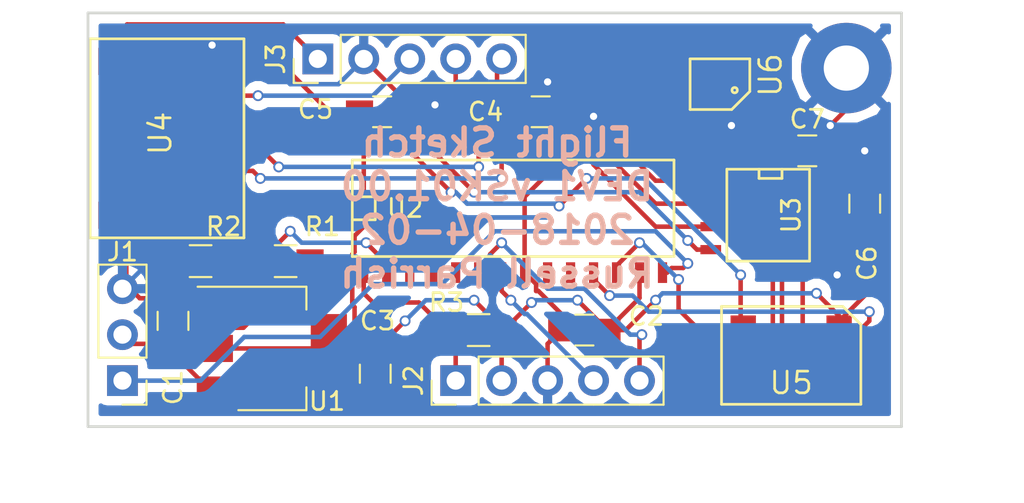
<source format=kicad_pcb>
(kicad_pcb (version 4) (host pcbnew 4.0.7)

  (general
    (links 68)
    (no_connects 0)
    (area 63.424999 48.184999 108.533001 71.195001)
    (thickness 1.6)
    (drawings 5)
    (tracks 346)
    (zones 0)
    (modules 20)
    (nets 23)
  )

  (page A4)
  (layers
    (0 F.Cu signal)
    (31 B.Cu signal)
    (32 B.Adhes user)
    (33 F.Adhes user)
    (34 B.Paste user)
    (35 F.Paste user)
    (36 B.SilkS user)
    (37 F.SilkS user)
    (38 B.Mask user)
    (39 F.Mask user)
    (40 Dwgs.User user)
    (41 Cmts.User user)
    (42 Eco1.User user)
    (43 Eco2.User user)
    (44 Edge.Cuts user)
    (45 Margin user)
    (46 B.CrtYd user)
    (47 F.CrtYd user)
    (48 B.Fab user)
    (49 F.Fab user)
  )

  (setup
    (last_trace_width 0.25)
    (trace_clearance 0.2)
    (zone_clearance 0.508)
    (zone_45_only yes)
    (trace_min 0.2)
    (segment_width 0.2)
    (edge_width 0.15)
    (via_size 0.6)
    (via_drill 0.4)
    (via_min_size 0.4)
    (via_min_drill 0.3)
    (uvia_size 0.3)
    (uvia_drill 0.1)
    (uvias_allowed no)
    (uvia_min_size 0.2)
    (uvia_min_drill 0.1)
    (pcb_text_width 0.3)
    (pcb_text_size 1.5 1.5)
    (mod_edge_width 0.15)
    (mod_text_size 1 1)
    (mod_text_width 0.15)
    (pad_size 5 5)
    (pad_drill 2.5)
    (pad_to_mask_clearance 0.2)
    (aux_axis_origin 0 0)
    (visible_elements 7FFEFFBF)
    (pcbplotparams
      (layerselection 0x00030_80000001)
      (usegerberextensions false)
      (excludeedgelayer true)
      (linewidth 0.100000)
      (plotframeref false)
      (viasonmask false)
      (mode 1)
      (useauxorigin false)
      (hpglpennumber 1)
      (hpglpenspeed 20)
      (hpglpendiameter 15)
      (hpglpenoverlay 2)
      (psnegative false)
      (psa4output false)
      (plotreference true)
      (plotvalue true)
      (plotinvisibletext false)
      (padsonsilk false)
      (subtractmaskfromsilk false)
      (outputformat 1)
      (mirror false)
      (drillshape 1)
      (scaleselection 1)
      (outputdirectory ""))
  )

  (net 0 "")
  (net 1 VSS)
  (net 2 +3V3)
  (net 3 "Net-(R1-Pad1)")
  (net 4 SCK)
  (net 5 SDO)
  (net 6 SDI)
  (net 7 "Net-(C4-Pad1)")
  (net 8 U1TX)
  (net 9 U1RX)
  (net 10 MCLR)
  (net 11 PGD)
  (net 12 PGC)
  (net 13 VIN)
  (net 14 "Net-(C6-Pad1)")
  (net 15 DEBUG)
  (net 16 "Net-(J3-Pad1)")
  (net 17 "Net-(J3-Pad3)")
  (net 18 "Net-(U2-Pad11)")
  (net 19 "Net-(U2-Pad12)")
  (net 20 "Net-(U2-Pad15)")
  (net 21 "Net-(U2-Pad25)")
  (net 22 "Net-(U2-Pad26)")

  (net_class Default "This is the default net class."
    (clearance 0.2)
    (trace_width 0.25)
    (via_dia 0.6)
    (via_drill 0.4)
    (uvia_dia 0.3)
    (uvia_drill 0.1)
    (add_net +3V3)
    (add_net DEBUG)
    (add_net MCLR)
    (add_net "Net-(C4-Pad1)")
    (add_net "Net-(C6-Pad1)")
    (add_net "Net-(J3-Pad1)")
    (add_net "Net-(J3-Pad3)")
    (add_net "Net-(R1-Pad1)")
    (add_net "Net-(U2-Pad11)")
    (add_net "Net-(U2-Pad12)")
    (add_net "Net-(U2-Pad15)")
    (add_net "Net-(U2-Pad25)")
    (add_net "Net-(U2-Pad26)")
    (add_net PGC)
    (add_net PGD)
    (add_net SCK)
    (add_net SDI)
    (add_net SDO)
    (add_net U1RX)
    (add_net U1TX)
    (add_net VIN)
    (add_net VSS)
  )

  (module Resistors_SMD:R_0805_HandSoldering (layer F.Cu) (tedit 5AC292D3) (tstamp 5ABE915A)
    (at 74.422 61.976)
    (descr "Resistor SMD 0805, hand soldering")
    (tags "resistor 0805")
    (path /5AC1A296)
    (attr smd)
    (fp_text reference R1 (at 2.032 -1.905) (layer F.SilkS)
      (effects (font (size 1 1) (thickness 0.15)))
    )
    (fp_text value 200k (at 0 1.75) (layer F.Fab)
      (effects (font (size 1 1) (thickness 0.15)))
    )
    (fp_text user %R (at 0 0) (layer F.Fab)
      (effects (font (size 0.5 0.5) (thickness 0.075)))
    )
    (fp_line (start -1 0.62) (end -1 -0.62) (layer F.Fab) (width 0.1))
    (fp_line (start 1 0.62) (end -1 0.62) (layer F.Fab) (width 0.1))
    (fp_line (start 1 -0.62) (end 1 0.62) (layer F.Fab) (width 0.1))
    (fp_line (start -1 -0.62) (end 1 -0.62) (layer F.Fab) (width 0.1))
    (fp_line (start 0.6 0.88) (end -0.6 0.88) (layer F.SilkS) (width 0.12))
    (fp_line (start -0.6 -0.88) (end 0.6 -0.88) (layer F.SilkS) (width 0.12))
    (fp_line (start -2.35 -0.9) (end 2.35 -0.9) (layer F.CrtYd) (width 0.05))
    (fp_line (start -2.35 -0.9) (end -2.35 0.9) (layer F.CrtYd) (width 0.05))
    (fp_line (start 2.35 0.9) (end 2.35 -0.9) (layer F.CrtYd) (width 0.05))
    (fp_line (start 2.35 0.9) (end -2.35 0.9) (layer F.CrtYd) (width 0.05))
    (pad 1 smd rect (at -1.35 0) (size 1.5 1.3) (layers F.Cu F.Paste F.Mask)
      (net 3 "Net-(R1-Pad1)"))
    (pad 2 smd rect (at 1.35 0) (size 1.5 1.3) (layers F.Cu F.Paste F.Mask)
      (net 13 VIN))
    (model ${KISYS3DMOD}/Resistors_SMD.3dshapes/R_0805.wrl
      (at (xyz 0 0 0))
      (scale (xyz 1 1 1))
      (rotate (xyz 0 0 0))
    )
  )

  (module Capacitors_SMD:C_0805_HandSoldering (layer F.Cu) (tedit 5AC28FCE) (tstamp 5ABEEAA9)
    (at 68.199 65.278 90)
    (descr "Capacitor SMD 0805, hand soldering")
    (tags "capacitor 0805")
    (path /5AC2641C)
    (attr smd)
    (fp_text reference C1 (at -3.683 0 90) (layer F.SilkS)
      (effects (font (size 1 1) (thickness 0.15)))
    )
    (fp_text value 10u (at 0 1.75 90) (layer F.Fab)
      (effects (font (size 1 1) (thickness 0.15)))
    )
    (fp_text user %R (at 0 -1.75 90) (layer F.Fab)
      (effects (font (size 1 1) (thickness 0.15)))
    )
    (fp_line (start -1 0.62) (end -1 -0.62) (layer F.Fab) (width 0.1))
    (fp_line (start 1 0.62) (end -1 0.62) (layer F.Fab) (width 0.1))
    (fp_line (start 1 -0.62) (end 1 0.62) (layer F.Fab) (width 0.1))
    (fp_line (start -1 -0.62) (end 1 -0.62) (layer F.Fab) (width 0.1))
    (fp_line (start 0.5 -0.85) (end -0.5 -0.85) (layer F.SilkS) (width 0.12))
    (fp_line (start -0.5 0.85) (end 0.5 0.85) (layer F.SilkS) (width 0.12))
    (fp_line (start -2.25 -0.88) (end 2.25 -0.88) (layer F.CrtYd) (width 0.05))
    (fp_line (start -2.25 -0.88) (end -2.25 0.87) (layer F.CrtYd) (width 0.05))
    (fp_line (start 2.25 0.87) (end 2.25 -0.88) (layer F.CrtYd) (width 0.05))
    (fp_line (start 2.25 0.87) (end -2.25 0.87) (layer F.CrtYd) (width 0.05))
    (pad 1 smd rect (at -1.25 0 90) (size 1.5 1.25) (layers F.Cu F.Paste F.Mask)
      (net 13 VIN))
    (pad 2 smd rect (at 1.25 0 90) (size 1.5 1.25) (layers F.Cu F.Paste F.Mask)
      (net 1 VSS))
    (model Capacitors_SMD.3dshapes/C_0805.wrl
      (at (xyz 0 0 0))
      (scale (xyz 1 1 1))
      (rotate (xyz 0 0 0))
    )
  )

  (module Capacitors_SMD:C_0805_HandSoldering (layer F.Cu) (tedit 5AC2966F) (tstamp 5ABEEAB9)
    (at 90.932 65.786 180)
    (descr "Capacitor SMD 0805, hand soldering")
    (tags "capacitor 0805")
    (path /5AB5AF35)
    (attr smd)
    (fp_text reference C2 (at -3.429 0.762 180) (layer F.SilkS)
      (effects (font (size 1 1) (thickness 0.15)))
    )
    (fp_text value 0.1u (at 0 1.75 180) (layer F.Fab)
      (effects (font (size 1 1) (thickness 0.15)))
    )
    (fp_text user %R (at 0 -1.75 180) (layer F.Fab)
      (effects (font (size 1 1) (thickness 0.15)))
    )
    (fp_line (start -1 0.62) (end -1 -0.62) (layer F.Fab) (width 0.1))
    (fp_line (start 1 0.62) (end -1 0.62) (layer F.Fab) (width 0.1))
    (fp_line (start 1 -0.62) (end 1 0.62) (layer F.Fab) (width 0.1))
    (fp_line (start -1 -0.62) (end 1 -0.62) (layer F.Fab) (width 0.1))
    (fp_line (start 0.5 -0.85) (end -0.5 -0.85) (layer F.SilkS) (width 0.12))
    (fp_line (start -0.5 0.85) (end 0.5 0.85) (layer F.SilkS) (width 0.12))
    (fp_line (start -2.25 -0.88) (end 2.25 -0.88) (layer F.CrtYd) (width 0.05))
    (fp_line (start -2.25 -0.88) (end -2.25 0.87) (layer F.CrtYd) (width 0.05))
    (fp_line (start 2.25 0.87) (end 2.25 -0.88) (layer F.CrtYd) (width 0.05))
    (fp_line (start 2.25 0.87) (end -2.25 0.87) (layer F.CrtYd) (width 0.05))
    (pad 1 smd rect (at -1.25 0 180) (size 1.5 1.25) (layers F.Cu F.Paste F.Mask)
      (net 2 +3V3))
    (pad 2 smd rect (at 1.25 0 180) (size 1.5 1.25) (layers F.Cu F.Paste F.Mask)
      (net 1 VSS))
    (model Capacitors_SMD.3dshapes/C_0805.wrl
      (at (xyz 0 0 0))
      (scale (xyz 1 1 1))
      (rotate (xyz 0 0 0))
    )
  )

  (module Capacitors_SMD:C_0805_HandSoldering (layer F.Cu) (tedit 5AC292F5) (tstamp 5ABEEAD9)
    (at 79.375 68.199 270)
    (descr "Capacitor SMD 0805, hand soldering")
    (tags "capacitor 0805")
    (path /5AC26B61)
    (attr smd)
    (fp_text reference C3 (at -2.921 -0.127 360) (layer F.SilkS)
      (effects (font (size 1 1) (thickness 0.15)))
    )
    (fp_text value 10u (at 0 1.75 270) (layer F.Fab)
      (effects (font (size 1 1) (thickness 0.15)))
    )
    (fp_text user %R (at 0 -1.75 270) (layer F.Fab)
      (effects (font (size 1 1) (thickness 0.15)))
    )
    (fp_line (start -1 0.62) (end -1 -0.62) (layer F.Fab) (width 0.1))
    (fp_line (start 1 0.62) (end -1 0.62) (layer F.Fab) (width 0.1))
    (fp_line (start 1 -0.62) (end 1 0.62) (layer F.Fab) (width 0.1))
    (fp_line (start -1 -0.62) (end 1 -0.62) (layer F.Fab) (width 0.1))
    (fp_line (start 0.5 -0.85) (end -0.5 -0.85) (layer F.SilkS) (width 0.12))
    (fp_line (start -0.5 0.85) (end 0.5 0.85) (layer F.SilkS) (width 0.12))
    (fp_line (start -2.25 -0.88) (end 2.25 -0.88) (layer F.CrtYd) (width 0.05))
    (fp_line (start -2.25 -0.88) (end -2.25 0.87) (layer F.CrtYd) (width 0.05))
    (fp_line (start 2.25 0.87) (end 2.25 -0.88) (layer F.CrtYd) (width 0.05))
    (fp_line (start 2.25 0.87) (end -2.25 0.87) (layer F.CrtYd) (width 0.05))
    (pad 1 smd rect (at -1.25 0 270) (size 1.5 1.25) (layers F.Cu F.Paste F.Mask)
      (net 2 +3V3))
    (pad 2 smd rect (at 1.25 0 270) (size 1.5 1.25) (layers F.Cu F.Paste F.Mask)
      (net 1 VSS))
    (model Capacitors_SMD.3dshapes/C_0805.wrl
      (at (xyz 0 0 0))
      (scale (xyz 1 1 1))
      (rotate (xyz 0 0 0))
    )
  )

  (module Capacitors_SMD:C_0805_HandSoldering (layer F.Cu) (tedit 5AC28EA9) (tstamp 5ABFDCA0)
    (at 88.519 53.721)
    (descr "Capacitor SMD 0805, hand soldering")
    (tags "capacitor 0805")
    (path /5ABFD9BB)
    (attr smd)
    (fp_text reference C4 (at -3.048 0) (layer F.SilkS)
      (effects (font (size 1 1) (thickness 0.15)))
    )
    (fp_text value 10u (at 0 1.75) (layer F.Fab)
      (effects (font (size 1 1) (thickness 0.15)))
    )
    (fp_text user %R (at 0 -1.75) (layer F.Fab)
      (effects (font (size 1 1) (thickness 0.15)))
    )
    (fp_line (start -1 0.62) (end -1 -0.62) (layer F.Fab) (width 0.1))
    (fp_line (start 1 0.62) (end -1 0.62) (layer F.Fab) (width 0.1))
    (fp_line (start 1 -0.62) (end 1 0.62) (layer F.Fab) (width 0.1))
    (fp_line (start -1 -0.62) (end 1 -0.62) (layer F.Fab) (width 0.1))
    (fp_line (start 0.5 -0.85) (end -0.5 -0.85) (layer F.SilkS) (width 0.12))
    (fp_line (start -0.5 0.85) (end 0.5 0.85) (layer F.SilkS) (width 0.12))
    (fp_line (start -2.25 -0.88) (end 2.25 -0.88) (layer F.CrtYd) (width 0.05))
    (fp_line (start -2.25 -0.88) (end -2.25 0.87) (layer F.CrtYd) (width 0.05))
    (fp_line (start 2.25 0.87) (end 2.25 -0.88) (layer F.CrtYd) (width 0.05))
    (fp_line (start 2.25 0.87) (end -2.25 0.87) (layer F.CrtYd) (width 0.05))
    (pad 1 smd rect (at -1.25 0) (size 1.5 1.25) (layers F.Cu F.Paste F.Mask)
      (net 7 "Net-(C4-Pad1)"))
    (pad 2 smd rect (at 1.25 0) (size 1.5 1.25) (layers F.Cu F.Paste F.Mask)
      (net 1 VSS))
    (model Capacitors_SMD.3dshapes/C_0805.wrl
      (at (xyz 0 0 0))
      (scale (xyz 1 1 1))
      (rotate (xyz 0 0 0))
    )
  )

  (module lib:BMP280 (layer F.Cu) (tedit 5AC28F9E) (tstamp 5AC10BE3)
    (at 98.425 52.197 180)
    (path /5AC10D8D)
    (fp_text reference U6 (at -2.794 0.508 270) (layer F.SilkS)
      (effects (font (size 1.2 1.2) (thickness 0.15)))
    )
    (fp_text value BMP280 (at -0.00012 2.49926 180) (layer F.Fab)
      (effects (font (size 1.2 1.2) (thickness 0.15)))
    )
    (fp_circle (center -0.81292 -0.33094) (end -0.76212 -0.28014) (layer F.SilkS) (width 0.15))
    (fp_line (start -0.65 -1.4) (end -1.65 -0.4) (layer F.SilkS) (width 0.15))
    (fp_line (start -1.65 -0.4) (end -1.65 1.4) (layer F.SilkS) (width 0.15))
    (fp_line (start -1.65 1.4) (end 1.65 1.4) (layer F.SilkS) (width 0.15))
    (fp_line (start 1.65 1.4) (end 1.65 -1.4) (layer F.SilkS) (width 0.15))
    (fp_line (start 1.65 -1.4) (end -0.65 -1.4) (layer F.SilkS) (width 0.15))
    (pad 1 smd rect (at -0.975 -0.725 180) (size 0.35 0.35) (layers F.Cu F.Paste F.Mask)
      (net 1 VSS))
    (pad 8 smd rect (at -0.975 0.725 180) (size 0.35 0.35) (layers F.Cu F.Paste F.Mask)
      (net 2 +3V3))
    (pad 2 smd rect (at -0.325 -0.725 180) (size 0.35 0.35) (layers F.Cu F.Paste F.Mask)
      (net 20 "Net-(U2-Pad15)"))
    (pad 7 smd rect (at -0.325 0.725 180) (size 0.35 0.35) (layers F.Cu F.Paste F.Mask)
      (net 1 VSS))
    (pad 3 smd rect (at 0.325 -0.725 180) (size 0.35 0.35) (layers F.Cu F.Paste F.Mask)
      (net 5 SDO))
    (pad 6 smd rect (at 0.325 0.725 180) (size 0.35 0.35) (layers F.Cu F.Paste F.Mask)
      (net 2 +3V3))
    (pad 4 smd rect (at 0.975 -0.725 180) (size 0.35 0.35) (layers F.Cu F.Paste F.Mask)
      (net 4 SCK))
    (pad 5 smd rect (at 0.975 0.725 180) (size 0.35 0.35) (layers F.Cu F.Paste F.Mask)
      (net 6 SDI))
  )

  (module Pin_Headers:Pin_Header_Straight_1x05_Pitch2.54mm (layer F.Cu) (tedit 59650532) (tstamp 5AC199BC)
    (at 83.82 68.58 90)
    (descr "Through hole straight pin header, 1x05, 2.54mm pitch, single row")
    (tags "Through hole pin header THT 1x05 2.54mm single row")
    (path /5AC121B0)
    (fp_text reference J2 (at 0 -2.33 90) (layer F.SilkS)
      (effects (font (size 1 1) (thickness 0.15)))
    )
    (fp_text value Conn_01x05_Male (at 0 12.49 90) (layer F.Fab)
      (effects (font (size 1 1) (thickness 0.15)))
    )
    (fp_line (start -0.635 -1.27) (end 1.27 -1.27) (layer F.Fab) (width 0.1))
    (fp_line (start 1.27 -1.27) (end 1.27 11.43) (layer F.Fab) (width 0.1))
    (fp_line (start 1.27 11.43) (end -1.27 11.43) (layer F.Fab) (width 0.1))
    (fp_line (start -1.27 11.43) (end -1.27 -0.635) (layer F.Fab) (width 0.1))
    (fp_line (start -1.27 -0.635) (end -0.635 -1.27) (layer F.Fab) (width 0.1))
    (fp_line (start -1.33 11.49) (end 1.33 11.49) (layer F.SilkS) (width 0.12))
    (fp_line (start -1.33 1.27) (end -1.33 11.49) (layer F.SilkS) (width 0.12))
    (fp_line (start 1.33 1.27) (end 1.33 11.49) (layer F.SilkS) (width 0.12))
    (fp_line (start -1.33 1.27) (end 1.33 1.27) (layer F.SilkS) (width 0.12))
    (fp_line (start -1.33 0) (end -1.33 -1.33) (layer F.SilkS) (width 0.12))
    (fp_line (start -1.33 -1.33) (end 0 -1.33) (layer F.SilkS) (width 0.12))
    (fp_line (start -1.8 -1.8) (end -1.8 11.95) (layer F.CrtYd) (width 0.05))
    (fp_line (start -1.8 11.95) (end 1.8 11.95) (layer F.CrtYd) (width 0.05))
    (fp_line (start 1.8 11.95) (end 1.8 -1.8) (layer F.CrtYd) (width 0.05))
    (fp_line (start 1.8 -1.8) (end -1.8 -1.8) (layer F.CrtYd) (width 0.05))
    (fp_text user %R (at 0 5.08 180) (layer F.Fab)
      (effects (font (size 1 1) (thickness 0.15)))
    )
    (pad 1 thru_hole rect (at 0 0 90) (size 1.7 1.7) (drill 1) (layers *.Cu *.Mask)
      (net 10 MCLR))
    (pad 2 thru_hole oval (at 0 2.54 90) (size 1.7 1.7) (drill 1) (layers *.Cu *.Mask)
      (net 2 +3V3))
    (pad 3 thru_hole oval (at 0 5.08 90) (size 1.7 1.7) (drill 1) (layers *.Cu *.Mask)
      (net 1 VSS))
    (pad 4 thru_hole oval (at 0 7.62 90) (size 1.7 1.7) (drill 1) (layers *.Cu *.Mask)
      (net 11 PGD))
    (pad 5 thru_hole oval (at 0 10.16 90) (size 1.7 1.7) (drill 1) (layers *.Cu *.Mask)
      (net 12 PGC))
    (model ${KISYS3DMOD}/Pin_Headers.3dshapes/Pin_Header_Straight_1x05_Pitch2.54mm.wrl
      (at (xyz 0 0 0))
      (scale (xyz 1 1 1))
      (rotate (xyz 0 0 0))
    )
  )

  (module Resistors_SMD:R_0805_HandSoldering (layer F.Cu) (tedit 5AC29304) (tstamp 5AC199CD)
    (at 69.723 61.976)
    (descr "Resistor SMD 0805, hand soldering")
    (tags "resistor 0805")
    (path /5AC1A258)
    (attr smd)
    (fp_text reference R2 (at 1.27 -1.905) (layer F.SilkS)
      (effects (font (size 1 1) (thickness 0.15)))
    )
    (fp_text value 100k (at 0 1.75) (layer F.Fab)
      (effects (font (size 1 1) (thickness 0.15)))
    )
    (fp_text user %R (at 0 0) (layer F.Fab)
      (effects (font (size 0.5 0.5) (thickness 0.075)))
    )
    (fp_line (start -1 0.62) (end -1 -0.62) (layer F.Fab) (width 0.1))
    (fp_line (start 1 0.62) (end -1 0.62) (layer F.Fab) (width 0.1))
    (fp_line (start 1 -0.62) (end 1 0.62) (layer F.Fab) (width 0.1))
    (fp_line (start -1 -0.62) (end 1 -0.62) (layer F.Fab) (width 0.1))
    (fp_line (start 0.6 0.88) (end -0.6 0.88) (layer F.SilkS) (width 0.12))
    (fp_line (start -0.6 -0.88) (end 0.6 -0.88) (layer F.SilkS) (width 0.12))
    (fp_line (start -2.35 -0.9) (end 2.35 -0.9) (layer F.CrtYd) (width 0.05))
    (fp_line (start -2.35 -0.9) (end -2.35 0.9) (layer F.CrtYd) (width 0.05))
    (fp_line (start 2.35 0.9) (end 2.35 -0.9) (layer F.CrtYd) (width 0.05))
    (fp_line (start 2.35 0.9) (end -2.35 0.9) (layer F.CrtYd) (width 0.05))
    (pad 1 smd rect (at -1.35 0) (size 1.5 1.3) (layers F.Cu F.Paste F.Mask)
      (net 1 VSS))
    (pad 2 smd rect (at 1.35 0) (size 1.5 1.3) (layers F.Cu F.Paste F.Mask)
      (net 3 "Net-(R1-Pad1)"))
    (model ${KISYS3DMOD}/Resistors_SMD.3dshapes/R_0805.wrl
      (at (xyz 0 0 0))
      (scale (xyz 1 1 1))
      (rotate (xyz 0 0 0))
    )
  )

  (module Resistors_SMD:R_0805_HandSoldering (layer F.Cu) (tedit 5AC29676) (tstamp 5AC199DE)
    (at 85.09 65.786)
    (descr "Resistor SMD 0805, hand soldering")
    (tags "resistor 0805")
    (path /5ABE91F3)
    (attr smd)
    (fp_text reference R3 (at -1.778 -1.524) (layer F.SilkS)
      (effects (font (size 1 1) (thickness 0.15)))
    )
    (fp_text value 10k (at 0 1.75) (layer F.Fab)
      (effects (font (size 1 1) (thickness 0.15)))
    )
    (fp_text user %R (at 0 0) (layer F.Fab)
      (effects (font (size 0.5 0.5) (thickness 0.075)))
    )
    (fp_line (start -1 0.62) (end -1 -0.62) (layer F.Fab) (width 0.1))
    (fp_line (start 1 0.62) (end -1 0.62) (layer F.Fab) (width 0.1))
    (fp_line (start 1 -0.62) (end 1 0.62) (layer F.Fab) (width 0.1))
    (fp_line (start -1 -0.62) (end 1 -0.62) (layer F.Fab) (width 0.1))
    (fp_line (start 0.6 0.88) (end -0.6 0.88) (layer F.SilkS) (width 0.12))
    (fp_line (start -0.6 -0.88) (end 0.6 -0.88) (layer F.SilkS) (width 0.12))
    (fp_line (start -2.35 -0.9) (end 2.35 -0.9) (layer F.CrtYd) (width 0.05))
    (fp_line (start -2.35 -0.9) (end -2.35 0.9) (layer F.CrtYd) (width 0.05))
    (fp_line (start 2.35 0.9) (end 2.35 -0.9) (layer F.CrtYd) (width 0.05))
    (fp_line (start 2.35 0.9) (end -2.35 0.9) (layer F.CrtYd) (width 0.05))
    (pad 1 smd rect (at -1.35 0) (size 1.5 1.3) (layers F.Cu F.Paste F.Mask)
      (net 10 MCLR))
    (pad 2 smd rect (at 1.35 0) (size 1.5 1.3) (layers F.Cu F.Paste F.Mask)
      (net 2 +3V3))
    (model ${KISYS3DMOD}/Resistors_SMD.3dshapes/R_0805.wrl
      (at (xyz 0 0 0))
      (scale (xyz 1 1 1))
      (rotate (xyz 0 0 0))
    )
  )

  (module Capacitors_SMD:C_0805_HandSoldering (layer F.Cu) (tedit 5AC292CC) (tstamp 5AC25751)
    (at 79.756 53.721)
    (descr "Capacitor SMD 0805, hand soldering")
    (tags "capacitor 0805")
    (path /5AB5B6B1)
    (attr smd)
    (fp_text reference C5 (at -3.683 -0.127) (layer F.SilkS)
      (effects (font (size 1 1) (thickness 0.15)))
    )
    (fp_text value 0.1u (at 0 1.75) (layer F.Fab)
      (effects (font (size 1 1) (thickness 0.15)))
    )
    (fp_text user %R (at 0 -1.75) (layer F.Fab)
      (effects (font (size 1 1) (thickness 0.15)))
    )
    (fp_line (start -1 0.62) (end -1 -0.62) (layer F.Fab) (width 0.1))
    (fp_line (start 1 0.62) (end -1 0.62) (layer F.Fab) (width 0.1))
    (fp_line (start 1 -0.62) (end 1 0.62) (layer F.Fab) (width 0.1))
    (fp_line (start -1 -0.62) (end 1 -0.62) (layer F.Fab) (width 0.1))
    (fp_line (start 0.5 -0.85) (end -0.5 -0.85) (layer F.SilkS) (width 0.12))
    (fp_line (start -0.5 0.85) (end 0.5 0.85) (layer F.SilkS) (width 0.12))
    (fp_line (start -2.25 -0.88) (end 2.25 -0.88) (layer F.CrtYd) (width 0.05))
    (fp_line (start -2.25 -0.88) (end -2.25 0.87) (layer F.CrtYd) (width 0.05))
    (fp_line (start 2.25 0.87) (end 2.25 -0.88) (layer F.CrtYd) (width 0.05))
    (fp_line (start 2.25 0.87) (end -2.25 0.87) (layer F.CrtYd) (width 0.05))
    (pad 1 smd rect (at -1.25 0) (size 1.5 1.25) (layers F.Cu F.Paste F.Mask)
      (net 2 +3V3))
    (pad 2 smd rect (at 1.25 0) (size 1.5 1.25) (layers F.Cu F.Paste F.Mask)
      (net 1 VSS))
    (model Capacitors_SMD.3dshapes/C_0805.wrl
      (at (xyz 0 0 0))
      (scale (xyz 1 1 1))
      (rotate (xyz 0 0 0))
    )
  )

  (module Capacitors_SMD:C_0805_HandSoldering (layer F.Cu) (tedit 5AC28FAB) (tstamp 5AC25762)
    (at 106.426 58.801 90)
    (descr "Capacitor SMD 0805, hand soldering")
    (tags "capacitor 0805")
    (path /5ABEEDF1)
    (attr smd)
    (fp_text reference C6 (at -3.302 0.127 90) (layer F.SilkS)
      (effects (font (size 1 1) (thickness 0.15)))
    )
    (fp_text value 1u (at 0 1.75 90) (layer F.Fab)
      (effects (font (size 1 1) (thickness 0.15)))
    )
    (fp_text user %R (at 0 -1.75 90) (layer F.Fab)
      (effects (font (size 1 1) (thickness 0.15)))
    )
    (fp_line (start -1 0.62) (end -1 -0.62) (layer F.Fab) (width 0.1))
    (fp_line (start 1 0.62) (end -1 0.62) (layer F.Fab) (width 0.1))
    (fp_line (start 1 -0.62) (end 1 0.62) (layer F.Fab) (width 0.1))
    (fp_line (start -1 -0.62) (end 1 -0.62) (layer F.Fab) (width 0.1))
    (fp_line (start 0.5 -0.85) (end -0.5 -0.85) (layer F.SilkS) (width 0.12))
    (fp_line (start -0.5 0.85) (end 0.5 0.85) (layer F.SilkS) (width 0.12))
    (fp_line (start -2.25 -0.88) (end 2.25 -0.88) (layer F.CrtYd) (width 0.05))
    (fp_line (start -2.25 -0.88) (end -2.25 0.87) (layer F.CrtYd) (width 0.05))
    (fp_line (start 2.25 0.87) (end 2.25 -0.88) (layer F.CrtYd) (width 0.05))
    (fp_line (start 2.25 0.87) (end -2.25 0.87) (layer F.CrtYd) (width 0.05))
    (pad 1 smd rect (at -1.25 0 90) (size 1.5 1.25) (layers F.Cu F.Paste F.Mask)
      (net 14 "Net-(C6-Pad1)"))
    (pad 2 smd rect (at 1.25 0 90) (size 1.5 1.25) (layers F.Cu F.Paste F.Mask)
      (net 1 VSS))
    (model Capacitors_SMD.3dshapes/C_0805.wrl
      (at (xyz 0 0 0))
      (scale (xyz 1 1 1))
      (rotate (xyz 0 0 0))
    )
  )

  (module Capacitors_SMD:C_0805_HandSoldering (layer F.Cu) (tedit 58AA84A8) (tstamp 5AC25773)
    (at 103.251 55.88)
    (descr "Capacitor SMD 0805, hand soldering")
    (tags "capacitor 0805")
    (path /5AC271F0)
    (attr smd)
    (fp_text reference C7 (at 0 -1.75) (layer F.SilkS)
      (effects (font (size 1 1) (thickness 0.15)))
    )
    (fp_text value .1u (at 0 1.75) (layer F.Fab)
      (effects (font (size 1 1) (thickness 0.15)))
    )
    (fp_text user %R (at 0 -1.75) (layer F.Fab)
      (effects (font (size 1 1) (thickness 0.15)))
    )
    (fp_line (start -1 0.62) (end -1 -0.62) (layer F.Fab) (width 0.1))
    (fp_line (start 1 0.62) (end -1 0.62) (layer F.Fab) (width 0.1))
    (fp_line (start 1 -0.62) (end 1 0.62) (layer F.Fab) (width 0.1))
    (fp_line (start -1 -0.62) (end 1 -0.62) (layer F.Fab) (width 0.1))
    (fp_line (start 0.5 -0.85) (end -0.5 -0.85) (layer F.SilkS) (width 0.12))
    (fp_line (start -0.5 0.85) (end 0.5 0.85) (layer F.SilkS) (width 0.12))
    (fp_line (start -2.25 -0.88) (end 2.25 -0.88) (layer F.CrtYd) (width 0.05))
    (fp_line (start -2.25 -0.88) (end -2.25 0.87) (layer F.CrtYd) (width 0.05))
    (fp_line (start 2.25 0.87) (end 2.25 -0.88) (layer F.CrtYd) (width 0.05))
    (fp_line (start 2.25 0.87) (end -2.25 0.87) (layer F.CrtYd) (width 0.05))
    (pad 1 smd rect (at -1.25 0) (size 1.5 1.25) (layers F.Cu F.Paste F.Mask)
      (net 2 +3V3))
    (pad 2 smd rect (at 1.25 0) (size 1.5 1.25) (layers F.Cu F.Paste F.Mask)
      (net 1 VSS))
    (model Capacitors_SMD.3dshapes/C_0805.wrl
      (at (xyz 0 0 0))
      (scale (xyz 1 1 1))
      (rotate (xyz 0 0 0))
    )
  )

  (module Pin_Headers:Pin_Header_Straight_1x03_Pitch2.54mm (layer F.Cu) (tedit 5AC28FE9) (tstamp 5AC25774)
    (at 65.405 68.58 180)
    (descr "Through hole straight pin header, 1x03, 2.54mm pitch, single row")
    (tags "Through hole pin header THT 1x03 2.54mm single row")
    (path /5AC24686)
    (fp_text reference J1 (at 0 7.112 180) (layer F.SilkS)
      (effects (font (size 1 1) (thickness 0.15)))
    )
    (fp_text value Conn_01x03_Male (at 0 7.41 180) (layer F.Fab)
      (effects (font (size 1 1) (thickness 0.15)))
    )
    (fp_line (start -0.635 -1.27) (end 1.27 -1.27) (layer F.Fab) (width 0.1))
    (fp_line (start 1.27 -1.27) (end 1.27 6.35) (layer F.Fab) (width 0.1))
    (fp_line (start 1.27 6.35) (end -1.27 6.35) (layer F.Fab) (width 0.1))
    (fp_line (start -1.27 6.35) (end -1.27 -0.635) (layer F.Fab) (width 0.1))
    (fp_line (start -1.27 -0.635) (end -0.635 -1.27) (layer F.Fab) (width 0.1))
    (fp_line (start -1.33 6.41) (end 1.33 6.41) (layer F.SilkS) (width 0.12))
    (fp_line (start -1.33 1.27) (end -1.33 6.41) (layer F.SilkS) (width 0.12))
    (fp_line (start 1.33 1.27) (end 1.33 6.41) (layer F.SilkS) (width 0.12))
    (fp_line (start -1.33 1.27) (end 1.33 1.27) (layer F.SilkS) (width 0.12))
    (fp_line (start -1.33 0) (end -1.33 -1.33) (layer F.SilkS) (width 0.12))
    (fp_line (start -1.33 -1.33) (end 0 -1.33) (layer F.SilkS) (width 0.12))
    (fp_line (start -1.8 -1.8) (end -1.8 6.85) (layer F.CrtYd) (width 0.05))
    (fp_line (start -1.8 6.85) (end 1.8 6.85) (layer F.CrtYd) (width 0.05))
    (fp_line (start 1.8 6.85) (end 1.8 -1.8) (layer F.CrtYd) (width 0.05))
    (fp_line (start 1.8 -1.8) (end -1.8 -1.8) (layer F.CrtYd) (width 0.05))
    (fp_text user %R (at 0 2.54 270) (layer F.Fab)
      (effects (font (size 1 1) (thickness 0.15)))
    )
    (pad 1 thru_hole rect (at 0 0 180) (size 1.7 1.7) (drill 1) (layers *.Cu *.Mask)
      (net 15 DEBUG))
    (pad 2 thru_hole oval (at 0 2.54 180) (size 1.7 1.7) (drill 1) (layers *.Cu *.Mask)
      (net 13 VIN))
    (pad 3 thru_hole oval (at 0 5.08 180) (size 1.7 1.7) (drill 1) (layers *.Cu *.Mask)
      (net 1 VSS))
    (model ${KISYS3DMOD}/Pin_Headers.3dshapes/Pin_Header_Straight_1x03_Pitch2.54mm.wrl
      (at (xyz 0 0 0))
      (scale (xyz 1 1 1))
      (rotate (xyz 0 0 0))
    )
  )

  (module Pin_Headers:Pin_Header_Straight_1x05_Pitch2.54mm (layer F.Cu) (tedit 5AC265C1) (tstamp 5AC257A2)
    (at 76.2 50.8 90)
    (descr "Through hole straight pin header, 1x05, 2.54mm pitch, single row")
    (tags "Through hole pin header THT 1x05 2.54mm single row")
    (path /5AC1B17B)
    (fp_text reference J3 (at 0 -2.33 90) (layer F.SilkS)
      (effects (font (size 1 1) (thickness 0.15)))
    )
    (fp_text value Conn_01x05_Male (at -2.8575 4.4958 180) (layer F.Fab)
      (effects (font (size 1 1) (thickness 0.15)))
    )
    (fp_line (start -0.635 -1.27) (end 1.27 -1.27) (layer F.Fab) (width 0.1))
    (fp_line (start 1.27 -1.27) (end 1.27 11.43) (layer F.Fab) (width 0.1))
    (fp_line (start 1.27 11.43) (end -1.27 11.43) (layer F.Fab) (width 0.1))
    (fp_line (start -1.27 11.43) (end -1.27 -0.635) (layer F.Fab) (width 0.1))
    (fp_line (start -1.27 -0.635) (end -0.635 -1.27) (layer F.Fab) (width 0.1))
    (fp_line (start -1.33 11.49) (end 1.33 11.49) (layer F.SilkS) (width 0.12))
    (fp_line (start -1.33 1.27) (end -1.33 11.49) (layer F.SilkS) (width 0.12))
    (fp_line (start 1.33 1.27) (end 1.33 11.49) (layer F.SilkS) (width 0.12))
    (fp_line (start -1.33 1.27) (end 1.33 1.27) (layer F.SilkS) (width 0.12))
    (fp_line (start -1.33 0) (end -1.33 -1.33) (layer F.SilkS) (width 0.12))
    (fp_line (start -1.33 -1.33) (end 0 -1.33) (layer F.SilkS) (width 0.12))
    (fp_line (start -1.8 -1.8) (end -1.8 11.95) (layer F.CrtYd) (width 0.05))
    (fp_line (start -1.8 11.95) (end 1.8 11.95) (layer F.CrtYd) (width 0.05))
    (fp_line (start 1.8 11.95) (end 1.8 -1.8) (layer F.CrtYd) (width 0.05))
    (fp_line (start 1.8 -1.8) (end -1.8 -1.8) (layer F.CrtYd) (width 0.05))
    (fp_text user %R (at 0 5.08 180) (layer F.Fab)
      (effects (font (size 1 1) (thickness 0.15)))
    )
    (pad 1 thru_hole rect (at 0 0 90) (size 1.7 1.7) (drill 1) (layers *.Cu *.Mask)
      (net 16 "Net-(J3-Pad1)"))
    (pad 2 thru_hole oval (at 0 2.54 90) (size 1.7 1.7) (drill 1) (layers *.Cu *.Mask)
      (net 1 VSS))
    (pad 3 thru_hole oval (at 0 5.08 90) (size 1.7 1.7) (drill 1) (layers *.Cu *.Mask)
      (net 17 "Net-(J3-Pad3)"))
    (pad 4 thru_hole oval (at 0 7.62 90) (size 1.7 1.7) (drill 1) (layers *.Cu *.Mask)
      (net 9 U1RX))
    (pad 5 thru_hole oval (at 0 10.16 90) (size 1.7 1.7) (drill 1) (layers *.Cu *.Mask)
      (net 8 U1TX))
    (model ${KISYS3DMOD}/Pin_Headers.3dshapes/Pin_Header_Straight_1x05_Pitch2.54mm.wrl
      (at (xyz 0 0 0))
      (scale (xyz 1 1 1))
      (rotate (xyz 0 0 0))
    )
  )

  (module TO_SOT_Packages_SMD:SOT-223-3_TabPin2 (layer F.Cu) (tedit 5AC292E0) (tstamp 5AC257A3)
    (at 73.66 66.802)
    (descr "module CMS SOT223 4 pins")
    (tags "CMS SOT")
    (path /5AC196C8)
    (attr smd)
    (fp_text reference U1 (at 3.048 2.921) (layer F.SilkS)
      (effects (font (size 1 1) (thickness 0.15)))
    )
    (fp_text value LDL1117 (at 0 4.5) (layer F.Fab)
      (effects (font (size 1 1) (thickness 0.15)))
    )
    (fp_text user %R (at 0 0 90) (layer F.Fab)
      (effects (font (size 0.8 0.8) (thickness 0.12)))
    )
    (fp_line (start 1.91 3.41) (end 1.91 2.15) (layer F.SilkS) (width 0.12))
    (fp_line (start 1.91 -3.41) (end 1.91 -2.15) (layer F.SilkS) (width 0.12))
    (fp_line (start 4.4 -3.6) (end -4.4 -3.6) (layer F.CrtYd) (width 0.05))
    (fp_line (start 4.4 3.6) (end 4.4 -3.6) (layer F.CrtYd) (width 0.05))
    (fp_line (start -4.4 3.6) (end 4.4 3.6) (layer F.CrtYd) (width 0.05))
    (fp_line (start -4.4 -3.6) (end -4.4 3.6) (layer F.CrtYd) (width 0.05))
    (fp_line (start -1.85 -2.35) (end -0.85 -3.35) (layer F.Fab) (width 0.1))
    (fp_line (start -1.85 -2.35) (end -1.85 3.35) (layer F.Fab) (width 0.1))
    (fp_line (start -1.85 3.41) (end 1.91 3.41) (layer F.SilkS) (width 0.12))
    (fp_line (start -0.85 -3.35) (end 1.85 -3.35) (layer F.Fab) (width 0.1))
    (fp_line (start -4.1 -3.41) (end 1.91 -3.41) (layer F.SilkS) (width 0.12))
    (fp_line (start -1.85 3.35) (end 1.85 3.35) (layer F.Fab) (width 0.1))
    (fp_line (start 1.85 -3.35) (end 1.85 3.35) (layer F.Fab) (width 0.1))
    (pad 2 smd rect (at 3.15 0) (size 2 3.8) (layers F.Cu F.Paste F.Mask)
      (net 2 +3V3))
    (pad 2 smd rect (at -3.15 0) (size 2 1.5) (layers F.Cu F.Paste F.Mask)
      (net 2 +3V3))
    (pad 3 smd rect (at -3.15 2.3) (size 2 1.5) (layers F.Cu F.Paste F.Mask)
      (net 13 VIN))
    (pad 1 smd rect (at -3.15 -2.3) (size 2 1.5) (layers F.Cu F.Paste F.Mask)
      (net 1 VSS))
    (model ${KISYS3DMOD}/TO_SOT_Packages_SMD.3dshapes/SOT-223.wrl
      (at (xyz 0 0 0))
      (scale (xyz 1 1 1))
      (rotate (xyz 0 0 0))
    )
  )

  (module SMD_Packages:SOIC-28 (layer F.Cu) (tedit 5AC29313) (tstamp 5AC257B8)
    (at 86.995 59.055)
    (descr "Module CMS SOJ 28 pins large")
    (tags "CMS SOJ")
    (path /5AAB3259)
    (attr smd)
    (fp_text reference U2 (at -5.969 0) (layer F.SilkS)
      (effects (font (size 1 1) (thickness 0.15)))
    )
    (fp_text value test (at 0 1.27) (layer F.Fab)
      (effects (font (size 1 1) (thickness 0.15)))
    )
    (fp_line (start 8.763 2.667) (end -8.89 2.667) (layer F.SilkS) (width 0.15))
    (fp_line (start -8.89 -2.667) (end 8.89 -2.667) (layer F.SilkS) (width 0.15))
    (fp_line (start 8.89 2.667) (end 8.89 -2.667) (layer F.SilkS) (width 0.15))
    (fp_line (start -8.89 -2.667) (end -8.89 2.667) (layer F.SilkS) (width 0.15))
    (fp_line (start -8.89 -0.635) (end -7.62 -0.635) (layer F.SilkS) (width 0.15))
    (fp_line (start -7.62 -0.635) (end -7.62 0.635) (layer F.SilkS) (width 0.15))
    (fp_line (start -7.62 0.635) (end -8.89 0.635) (layer F.SilkS) (width 0.15))
    (pad 1 smd rect (at -8.255 3.556) (size 0.508 1.143) (layers F.Cu F.Paste F.Mask)
      (net 10 MCLR))
    (pad 2 smd rect (at -6.985 3.556) (size 0.508 1.143) (layers F.Cu F.Paste F.Mask)
      (net 3 "Net-(R1-Pad1)"))
    (pad 3 smd rect (at -5.715 3.556) (size 0.508 1.143) (layers F.Cu F.Paste F.Mask))
    (pad 4 smd rect (at -4.445 3.556) (size 0.508 1.143) (layers F.Cu F.Paste F.Mask))
    (pad 5 smd rect (at -3.175 3.556) (size 0.508 1.143) (layers F.Cu F.Paste F.Mask))
    (pad 6 smd rect (at -1.905 3.556) (size 0.508 1.143) (layers F.Cu F.Paste F.Mask)
      (net 12 PGC))
    (pad 7 smd rect (at -0.635 3.556) (size 0.508 1.143) (layers F.Cu F.Paste F.Mask)
      (net 11 PGD))
    (pad 8 smd rect (at 0.635 3.556) (size 0.508 1.143) (layers F.Cu F.Paste F.Mask)
      (net 1 VSS))
    (pad 9 smd rect (at 1.905 3.556) (size 0.508 1.143) (layers F.Cu F.Paste F.Mask))
    (pad 10 smd rect (at 3.175 3.556) (size 0.508 1.143) (layers F.Cu F.Paste F.Mask))
    (pad 11 smd rect (at 4.445 3.556) (size 0.508 1.143) (layers F.Cu F.Paste F.Mask)
      (net 18 "Net-(U2-Pad11)"))
    (pad 12 smd rect (at 5.715 3.556) (size 0.508 1.143) (layers F.Cu F.Paste F.Mask)
      (net 19 "Net-(U2-Pad12)"))
    (pad 13 smd rect (at 6.985 3.556) (size 0.508 1.143) (layers F.Cu F.Paste F.Mask)
      (net 2 +3V3))
    (pad 14 smd rect (at 8.255 3.556) (size 0.508 1.143) (layers F.Cu F.Paste F.Mask)
      (net 15 DEBUG))
    (pad 15 smd rect (at 8.255 -3.556) (size 0.508 1.143) (layers F.Cu F.Paste F.Mask)
      (net 20 "Net-(U2-Pad15)"))
    (pad 16 smd rect (at 6.985 -3.556) (size 0.508 1.143) (layers F.Cu F.Paste F.Mask)
      (net 4 SCK))
    (pad 17 smd rect (at 5.715 -3.556) (size 0.508 1.143) (layers F.Cu F.Paste F.Mask)
      (net 5 SDO))
    (pad 18 smd rect (at 4.445 -3.556) (size 0.508 1.143) (layers F.Cu F.Paste F.Mask)
      (net 6 SDI))
    (pad 19 smd rect (at 3.175 -3.556) (size 0.508 1.143) (layers F.Cu F.Paste F.Mask)
      (net 1 VSS))
    (pad 20 smd rect (at 1.905 -3.556) (size 0.508 1.143) (layers F.Cu F.Paste F.Mask)
      (net 7 "Net-(C4-Pad1)"))
    (pad 21 smd rect (at 0.635 -3.556) (size 0.508 1.143) (layers F.Cu F.Paste F.Mask))
    (pad 22 smd rect (at -0.635 -3.556) (size 0.508 1.143) (layers F.Cu F.Paste F.Mask)
      (net 8 U1TX))
    (pad 23 smd rect (at -1.905 -3.556) (size 0.508 1.143) (layers F.Cu F.Paste F.Mask)
      (net 9 U1RX))
    (pad 24 smd rect (at -3.175 -3.556) (size 0.508 1.143) (layers F.Cu F.Paste F.Mask))
    (pad 25 smd rect (at -4.445 -3.556) (size 0.508 1.143) (layers F.Cu F.Paste F.Mask)
      (net 21 "Net-(U2-Pad25)"))
    (pad 26 smd rect (at -5.715 -3.556) (size 0.508 1.143) (layers F.Cu F.Paste F.Mask)
      (net 22 "Net-(U2-Pad26)"))
    (pad 27 smd rect (at -6.985 -3.556) (size 0.508 1.143) (layers F.Cu F.Paste F.Mask)
      (net 1 VSS))
    (pad 28 smd rect (at -8.255 -3.556) (size 0.508 1.143) (layers F.Cu F.Paste F.Mask)
      (net 2 +3V3))
  )

  (module SMD_Packages:SOIC-8-N (layer F.Cu) (tedit 0) (tstamp 5AC257DE)
    (at 101.092 59.436 270)
    (descr "Module Narrow CMS SOJ 8 pins large")
    (tags "CMS SOJ")
    (path /5ABEE9D9)
    (attr smd)
    (fp_text reference U3 (at 0 -1.27 270) (layer F.SilkS)
      (effects (font (size 1 1) (thickness 0.15)))
    )
    (fp_text value accel (at 0 1.27 270) (layer F.Fab)
      (effects (font (size 1 1) (thickness 0.15)))
    )
    (fp_line (start -2.54 -2.286) (end 2.54 -2.286) (layer F.SilkS) (width 0.15))
    (fp_line (start 2.54 -2.286) (end 2.54 2.286) (layer F.SilkS) (width 0.15))
    (fp_line (start 2.54 2.286) (end -2.54 2.286) (layer F.SilkS) (width 0.15))
    (fp_line (start -2.54 2.286) (end -2.54 -2.286) (layer F.SilkS) (width 0.15))
    (fp_line (start -2.54 -0.762) (end -2.032 -0.762) (layer F.SilkS) (width 0.15))
    (fp_line (start -2.032 -0.762) (end -2.032 0.508) (layer F.SilkS) (width 0.15))
    (fp_line (start -2.032 0.508) (end -2.54 0.508) (layer F.SilkS) (width 0.15))
    (pad 8 smd rect (at -1.905 -3.175 270) (size 0.508 1.143) (layers F.Cu F.Paste F.Mask)
      (net 1 VSS))
    (pad 7 smd rect (at -0.635 -3.175 270) (size 0.508 1.143) (layers F.Cu F.Paste F.Mask)
      (net 2 +3V3))
    (pad 6 smd rect (at 0.635 -3.175 270) (size 0.508 1.143) (layers F.Cu F.Paste F.Mask)
      (net 14 "Net-(C6-Pad1)"))
    (pad 5 smd rect (at 1.905 -3.175 270) (size 0.508 1.143) (layers F.Cu F.Paste F.Mask)
      (net 1 VSS))
    (pad 4 smd rect (at 1.905 3.175 270) (size 0.508 1.143) (layers F.Cu F.Paste F.Mask)
      (net 21 "Net-(U2-Pad25)"))
    (pad 3 smd rect (at 0.635 3.175 270) (size 0.508 1.143) (layers F.Cu F.Paste F.Mask)
      (net 6 SDI))
    (pad 2 smd rect (at -0.635 3.175 270) (size 0.508 1.143) (layers F.Cu F.Paste F.Mask)
      (net 5 SDO))
    (pad 1 smd rect (at -1.905 3.175 270) (size 0.508 1.143) (layers F.Cu F.Paste F.Mask)
      (net 4 SCK))
    (model SMD_Packages.3dshapes/SOIC-8-N.wrl
      (at (xyz 0 0 0))
      (scale (xyz 0.5 0.38 0.5))
      (rotate (xyz 0 0 0))
    )
  )

  (module lib:RN4871 (layer F.Cu) (tedit 5ABEF974) (tstamp 5AC257F0)
    (at 71.12 59.69 90)
    (path /5ABEF9B1)
    (fp_text reference U4 (at 4.775 -3.625 90) (layer F.SilkS)
      (effects (font (size 1.2 1.2) (thickness 0.15)))
    )
    (fp_text value RN4871 (at 4.57562 3.47414 90) (layer F.Fab)
      (effects (font (size 1.2 1.2) (thickness 0.15)))
    )
    (fp_line (start -1.00012 0.99926) (end -1.00012 -7.50074) (layer F.SilkS) (width 0.15))
    (fp_line (start -1.00012 -7.50074) (end 9.99988 -7.50074) (layer F.SilkS) (width 0.15))
    (fp_line (start 9.99988 -7.50074) (end 9.99988 0.99926) (layer F.SilkS) (width 0.15))
    (fp_line (start 9.99988 0.99926) (end -1.00012 0.99926) (layer F.SilkS) (width 0.15))
    (pad 11 smd rect (at 7.5 -0.25 90) (size 0.7 1.5) (layers F.Cu F.Paste F.Mask))
    (pad 10 smd rect (at 6.3 -0.25 90) (size 0.7 1.5) (layers F.Cu F.Paste F.Mask)
      (net 17 "Net-(J3-Pad3)"))
    (pad 9 smd rect (at 5.1 -0.25 90) (size 0.7 1.5) (layers F.Cu F.Paste F.Mask))
    (pad 8 smd rect (at 3.9 -0.25 90) (size 0.7 1.5) (layers F.Cu F.Paste F.Mask)
      (net 9 U1RX))
    (pad 7 smd rect (at 2.7 -0.25 90) (size 0.7 1.5) (layers F.Cu F.Paste F.Mask)
      (net 8 U1TX))
    (pad 6 smd rect (at 1.5 -0.25 90) (size 0.7 1.5) (layers F.Cu F.Paste F.Mask))
    (pad 16 smd rect (at 8.75 -6.7) (size 0.7 1.5) (layers F.Cu F.Paste F.Mask)
      (net 16 "Net-(J3-Pad1)"))
    (pad 1 smd rect (at 0.25 -6.7) (size 0.7 1.5) (layers F.Cu F.Paste F.Mask))
    (pad 15 smd rect (at 8.75 -5.5) (size 0.7 1.5) (layers F.Cu F.Paste F.Mask))
    (pad 2 smd rect (at 0.25 -5.5) (size 0.7 1.5) (layers F.Cu F.Paste F.Mask)
      (net 1 VSS))
    (pad 14 smd rect (at 8.75 -4.3) (size 0.7 1.5) (layers F.Cu F.Paste F.Mask)
      (net 2 +3V3))
    (pad 3 smd rect (at 0.25 -4.3) (size 0.7 1.5) (layers F.Cu F.Paste F.Mask))
    (pad 13 smd rect (at 8.75 -3.1) (size 0.7 1.5) (layers F.Cu F.Paste F.Mask)
      (net 1 VSS))
    (pad 4 smd rect (at 0.25 -3.1) (size 0.7 1.5) (layers F.Cu F.Paste F.Mask))
    (pad 12 smd rect (at 8.75 -1.9) (size 0.7 1.5) (layers F.Cu F.Paste F.Mask))
    (pad 5 smd rect (at 0.25 -1.9) (size 0.7 1.5) (layers F.Cu F.Paste F.Mask))
  )

  (module lib:SO8 (layer F.Cu) (tedit 5AC28FB8) (tstamp 5AC25807)
    (at 102.362 67.183 270)
    (path /5ABEA189)
    (fp_text reference U5 (at 1.524 0 360) (layer F.SilkS)
      (effects (font (size 1.2 1.2) (thickness 0.15)))
    )
    (fp_text value EEPROM (at 0 0 270) (layer F.Fab)
      (effects (font (size 1.2 1.2) (thickness 0.15)))
    )
    (fp_line (start -1.705 -3.85) (end -2.705 -2.85) (layer F.SilkS) (width 0.15))
    (fp_line (start -2.705 -2.85) (end -2.705 3.85) (layer F.SilkS) (width 0.15))
    (fp_line (start -2.705 3.85) (end 2.705 3.85) (layer F.SilkS) (width 0.15))
    (fp_line (start 2.705 3.85) (end 2.705 -3.85) (layer F.SilkS) (width 0.15))
    (fp_line (start 2.705 -3.85) (end -1.705 -3.85) (layer F.SilkS) (width 0.15))
    (pad 8 smd rect (at -1.905 -2.65 270) (size 0.6 1.4) (layers F.Cu F.Paste F.Mask)
      (net 2 +3V3))
    (pad 1 smd rect (at -1.905 2.65 270) (size 0.6 1.4) (layers F.Cu F.Paste F.Mask)
      (net 22 "Net-(U2-Pad26)"))
    (pad 7 smd rect (at -0.635 -2.65 270) (size 0.6 1.4) (layers F.Cu F.Paste F.Mask)
      (net 18 "Net-(U2-Pad11)"))
    (pad 2 smd rect (at -0.635 2.65 270) (size 0.6 1.4) (layers F.Cu F.Paste F.Mask)
      (net 6 SDI))
    (pad 6 smd rect (at 0.635 -2.65 270) (size 0.6 1.4) (layers F.Cu F.Paste F.Mask)
      (net 4 SCK))
    (pad 3 smd rect (at 0.635 2.65 270) (size 0.6 1.4) (layers F.Cu F.Paste F.Mask)
      (net 19 "Net-(U2-Pad12)"))
    (pad 5 smd rect (at 1.905 -2.65 270) (size 0.6 1.4) (layers F.Cu F.Paste F.Mask)
      (net 5 SDO))
    (pad 4 smd rect (at 1.905 2.65 270) (size 0.6 1.4) (layers F.Cu F.Paste F.Mask)
      (net 1 VSS))
  )

  (module Mounting_Holes:MountingHole_2.5mm_Pad (layer F.Cu) (tedit 5AC2974B) (tstamp 5AC2945F)
    (at 105.41 51.308)
    (descr "Mounting Hole 2.5mm")
    (tags "mounting hole 2.5mm")
    (attr virtual)
    (fp_text reference "" (at 0 -3.5) (layer F.SilkS)
      (effects (font (size 1 1) (thickness 0.15)))
    )
    (fp_text value MountingHole_2.5mm_Pad (at 0 3.5) (layer F.Fab)
      (effects (font (size 1 1) (thickness 0.15)))
    )
    (fp_text user %R (at 0.3 0) (layer F.Fab)
      (effects (font (size 1 1) (thickness 0.15)))
    )
    (fp_circle (center 0 0) (end 2.5 0) (layer Cmts.User) (width 0.15))
    (fp_circle (center 0 0) (end 2.75 0) (layer F.CrtYd) (width 0.05))
    (pad 1 thru_hole circle (at 0 0) (size 5 5) (drill 2.5) (layers *.Cu *.Mask)
      (net 1 VSS))
  )

  (gr_text "Flight Sketch\nDEV1 vSK01.00\n2018-04-02\nRussell Parrish\n" (at 86.106 59.055) (layer B.SilkS)
    (effects (font (size 1.5 1.5) (thickness 0.3)) (justify mirror))
  )
  (gr_line (start 108.458 48.26) (end 63.5 48.26) (angle 90) (layer Edge.Cuts) (width 0.15))
  (gr_line (start 108.458 71.12) (end 108.458 48.26) (angle 90) (layer Edge.Cuts) (width 0.15))
  (gr_line (start 63.5 71.12) (end 108.458 71.12) (angle 90) (layer Edge.Cuts) (width 0.15))
  (gr_line (start 63.5 48.26) (end 63.5 71.12) (angle 90) (layer Edge.Cuts) (width 0.15))

  (segment (start 88.9 68.58) (end 88.9 70.104) (width 0.25) (layer F.Cu) (net 1))
  (segment (start 99.712 69.088) (end 99.712 69.579) (width 0.25) (layer F.Cu) (net 1))
  (segment (start 99.712 69.579) (end 99.187 70.104) (width 0.25) (layer F.Cu) (net 1) (tstamp 5AC296E3))
  (segment (start 99.187 70.104) (end 88.9 70.104) (width 0.25) (layer F.Cu) (net 1) (tstamp 5AC296EC))
  (segment (start 80.03 70.104) (end 79.375 69.449) (width 0.25) (layer F.Cu) (net 1) (tstamp 5AC296FA))
  (segment (start 88.9 70.104) (end 80.03 70.104) (width 0.25) (layer F.Cu) (net 1) (tstamp 5AC2970B))
  (segment (start 105.41 51.308) (end 105.41 53.594) (width 0.25) (layer F.Cu) (net 1))
  (segment (start 105.41 53.594) (end 104.521 54.483) (width 0.25) (layer F.Cu) (net 1) (tstamp 5AC295B6))
  (segment (start 104.501 55.88) (end 106.426 55.88) (width 0.25) (layer F.Cu) (net 1))
  (segment (start 104.267 62.103) (end 104.267 61.341) (width 0.25) (layer F.Cu) (net 1) (tstamp 5AC2951E))
  (segment (start 104.902 62.738) (end 104.267 62.103) (width 0.25) (layer F.Cu) (net 1) (tstamp 5AC2951D))
  (via (at 104.902 62.738) (size 0.6) (drill 0.4) (layers F.Cu B.Cu) (net 1))
  (segment (start 104.902 57.404) (end 104.902 62.738) (width 0.25) (layer B.Cu) (net 1) (tstamp 5AC2950A))
  (segment (start 106.426 55.88) (end 104.902 57.404) (width 0.25) (layer B.Cu) (net 1) (tstamp 5AC29509))
  (via (at 106.426 55.88) (size 0.6) (drill 0.4) (layers F.Cu B.Cu) (net 1))
  (segment (start 99.06 54.483) (end 104.521 54.483) (width 0.25) (layer B.Cu) (net 1))
  (segment (start 104.501 54.503) (end 104.501 55.88) (width 0.25) (layer F.Cu) (net 1) (tstamp 5AC28D35) (status 20))
  (segment (start 104.521 54.483) (end 104.501 54.503) (width 0.25) (layer F.Cu) (net 1) (tstamp 5AC28D34))
  (via (at 104.521 54.483) (size 0.6) (drill 0.4) (layers F.Cu B.Cu) (net 1))
  (segment (start 90.17 55.499) (end 89.535 56.134) (width 0.25) (layer F.Cu) (net 1) (status 80010))
  (segment (start 89.535 56.134) (end 89.535 56.515) (width 0.25) (layer F.Cu) (net 1) (status 80000))
  (segment (start 89.535 56.515) (end 87.63 58.42) (width 0.25) (layer F.Cu) (net 1) (status 80000))
  (segment (start 87.63 58.42) (end 87.63 62.611) (width 0.25) (layer F.Cu) (net 1) (status 80020))
  (segment (start 78.74 50.8) (end 81.026 53.086) (width 0.25) (layer F.Cu) (net 1) (status 80010))
  (segment (start 81.026 53.086) (end 81.026 53.721) (width 0.25) (layer F.Cu) (net 1) (status 80020))
  (segment (start 81.026 53.721) (end 81.006 53.721) (width 0.25) (layer F.Cu) (net 1) (tstamp 5AC28D2E) (status 80030))
  (segment (start 79.756 69.85) (end 79.375 69.469) (width 0.25) (layer F.Cu) (net 1) (status 80030))
  (segment (start 79.375 69.469) (end 79.375 69.449) (width 0.25) (layer F.Cu) (net 1) (tstamp 5AC28D2D) (status 80030))
  (segment (start 99.695 69.088) (end 99.712 69.088) (width 0.25) (layer F.Cu) (net 1) (tstamp 5AC28D2C) (status 80030))
  (segment (start 89.769 53.721) (end 91.186 53.721) (width 0.25) (layer F.Cu) (net 1) (status 80010))
  (segment (start 91.186 53.721) (end 91.44 53.975) (width 0.25) (layer F.Cu) (net 1) (status 80000))
  (via (at 91.44 53.975) (size 0.6) (layers F.Cu B.Cu) (net 1) (status 80000))
  (segment (start 91.44 53.975) (end 91.948 54.483) (width 0.25) (layer B.Cu) (net 1) (status 80000))
  (segment (start 91.948 54.483) (end 99.06 54.483) (width 0.25) (layer B.Cu) (net 1) (status 80000))
  (via (at 99.06 54.483) (size 0.6) (layers F.Cu B.Cu) (net 1) (status 80000))
  (segment (start 99.06 54.483) (end 99.441 54.102) (width 0.25) (layer F.Cu) (net 1) (status 80000))
  (segment (start 99.441 54.102) (end 99.441 52.959) (width 0.25) (layer F.Cu) (net 1) (status 80020))
  (segment (start 99.441 52.959) (end 99.4 52.922) (width 0.25) (layer F.Cu) (net 1) (tstamp 5AC28D2B) (status 80030))
  (segment (start 87.63 62.611) (end 88.265 63.246) (width 0.25) (layer F.Cu) (net 1) (status 80010))
  (segment (start 88.265 63.246) (end 88.265 63.627) (width 0.25) (layer F.Cu) (net 1) (status 80000))
  (segment (start 88.265 63.627) (end 88.392 63.627) (width 0.25) (layer F.Cu) (net 1) (status 80000))
  (segment (start 88.392 63.627) (end 89.662 64.897) (width 0.25) (layer F.Cu) (net 1) (status 80000))
  (segment (start 89.662 64.897) (end 89.662 65.786) (width 0.25) (layer F.Cu) (net 1) (status 80020))
  (segment (start 89.662 65.786) (end 89.682 65.786) (width 0.25) (layer F.Cu) (net 1) (tstamp 5AC28D2A) (status 80030))
  (segment (start 81.006 53.721) (end 82.296 53.721) (width 0.25) (layer F.Cu) (net 1) (status 80010))
  (segment (start 82.296 53.721) (end 82.677 53.34) (width 0.25) (layer F.Cu) (net 1) (status 80000))
  (via (at 82.677 53.34) (size 0.6) (layers F.Cu B.Cu) (net 1) (status 80000))
  (segment (start 82.677 53.34) (end 83.947 52.07) (width 0.25) (layer B.Cu) (net 1) (status 80000))
  (segment (start 83.947 52.07) (end 88.9 52.07) (width 0.25) (layer B.Cu) (net 1) (status 80000))
  (via (at 88.9 52.07) (size 0.6) (layers F.Cu B.Cu) (net 1) (status 80000))
  (segment (start 88.9 52.07) (end 89.789 52.959) (width 0.25) (layer F.Cu) (net 1) (status 80000))
  (segment (start 89.789 52.959) (end 89.789 53.721) (width 0.25) (layer F.Cu) (net 1) (status 80020))
  (segment (start 89.789 53.721) (end 89.769 53.721) (width 0.25) (layer F.Cu) (net 1) (tstamp 5AC28D27) (status 80030))
  (segment (start 81.006 53.721) (end 81.026 53.721) (width 0.25) (layer F.Cu) (net 1) (status 80030))
  (segment (start 81.026 53.721) (end 80.01 54.737) (width 0.25) (layer F.Cu) (net 1) (status 80010))
  (segment (start 80.01 54.737) (end 80.01 55.499) (width 0.25) (layer F.Cu) (net 1) (status 80020))
  (segment (start 89.662 65.786) (end 88.9 66.548) (width 0.25) (layer F.Cu) (net 1) (status 80010))
  (segment (start 88.9 66.548) (end 88.9 68.58) (width 0.25) (layer F.Cu) (net 1) (status 80020))
  (segment (start 68.199 64.028) (end 68.199 64.008) (width 0.25) (layer F.Cu) (net 1) (status 80030))
  (segment (start 68.199 64.008) (end 69.977 64.008) (width 0.25) (layer F.Cu) (net 1) (status 80030))
  (segment (start 69.977 64.008) (end 70.485 64.516) (width 0.25) (layer F.Cu) (net 1) (status 80030))
  (segment (start 70.485 64.516) (end 70.51 64.502) (width 0.25) (layer F.Cu) (net 1) (tstamp 5AC28D25) (status 80030))
  (segment (start 104.267 57.531) (end 104.013 57.531) (width 0.25) (layer F.Cu) (net 1) (status 80030))
  (segment (start 89.769 53.721) (end 89.789 53.721) (width 0.25) (layer F.Cu) (net 1) (status 80030))
  (segment (start 89.789 53.721) (end 90.17 54.102) (width 0.25) (layer F.Cu) (net 1) (status 80030))
  (segment (start 90.17 54.102) (end 90.17 55.499) (width 0.25) (layer F.Cu) (net 1) (status 80030))
  (segment (start 104.501 55.88) (end 104.521 55.88) (width 0.25) (layer F.Cu) (net 1) (status 80030))
  (segment (start 104.521 55.88) (end 104.267 56.134) (width 0.25) (layer F.Cu) (net 1) (status 80030))
  (segment (start 104.267 56.134) (end 104.267 57.531) (width 0.25) (layer F.Cu) (net 1) (status 80030))
  (segment (start 104.267 57.531) (end 106.426 57.531) (width 0.25) (layer F.Cu) (net 1) (status 80030))
  (segment (start 106.426 57.531) (end 106.426 57.551) (width 0.25) (layer F.Cu) (net 1) (tstamp 5AC28D21) (status 80030))
  (segment (start 70.358 50.038) (end 72.517 50.038) (width 0.25) (layer B.Cu) (net 1))
  (segment (start 77.343 52.197) (end 78.74 50.8) (width 0.25) (layer B.Cu) (net 1) (tstamp 5AC28B43) (status 20))
  (segment (start 74.676 52.197) (end 77.343 52.197) (width 0.25) (layer B.Cu) (net 1) (tstamp 5AC28B3F))
  (segment (start 72.517 50.038) (end 74.676 52.197) (width 0.25) (layer B.Cu) (net 1) (tstamp 5AC28B30))
  (segment (start 70.358 50.038) (end 70.358 58.547) (width 0.25) (layer B.Cu) (net 1))
  (segment (start 68.02 49.905002) (end 68.072 49.853002) (width 0.25) (layer F.Cu) (net 1) (tstamp 5AC289C8))
  (segment (start 68.072 49.853002) (end 70.104 49.853002) (width 0.25) (layer F.Cu) (net 1) (tstamp 5AC289C9))
  (segment (start 70.104 49.853002) (end 70.288998 50.038) (width 0.25) (layer F.Cu) (net 1) (tstamp 5AC289CA))
  (segment (start 70.288998 50.038) (end 70.358 50.038) (width 0.25) (layer F.Cu) (net 1) (tstamp 5AC289CB))
  (via (at 70.358 50.038) (size 0.6) (drill 0.4) (layers F.Cu B.Cu) (net 1))
  (segment (start 68.02 50.94) (end 68.02 49.905002) (width 0.25) (layer F.Cu) (net 1) (status 10))
  (segment (start 70.358 58.547) (end 65.405 63.5) (width 0.25) (layer B.Cu) (net 1) (tstamp 5AC28B20) (status 20))
  (segment (start 68.373 61.976) (end 68.373 63.854) (width 0.25) (layer F.Cu) (net 1) (status 30))
  (segment (start 68.373 63.854) (end 68.199 64.028) (width 0.25) (layer F.Cu) (net 1) (tstamp 5AC28ABB) (status 30))
  (segment (start 65.62 59.44) (end 65.62 63.285) (width 0.25) (layer F.Cu) (net 1) (status 30))
  (segment (start 65.62 63.285) (end 66.363 64.028) (width 0.25) (layer F.Cu) (net 1) (tstamp 5AC28A24) (status 10))
  (segment (start 66.363 64.028) (end 70.036 64.028) (width 0.25) (layer F.Cu) (net 1) (tstamp 5AC28A25) (status 20))
  (segment (start 70.036 64.028) (end 70.51 64.502) (width 0.25) (layer F.Cu) (net 1) (tstamp 5AC28A28) (status 30))
  (segment (start 98.75 51.472) (end 98.75 51.887) (width 0.25) (layer F.Cu) (net 1) (status 10))
  (segment (start 99.4 52.537) (end 99.4 52.922) (width 0.25) (layer F.Cu) (net 1) (tstamp 5AC286DD) (status 20))
  (segment (start 98.75 51.887) (end 99.4 52.537) (width 0.25) (layer F.Cu) (net 1) (tstamp 5AC286D9))
  (segment (start 104.267 58.801) (end 102.616 58.801) (width 0.25) (layer F.Cu) (net 2))
  (segment (start 102.001 58.186) (end 102.001 55.88) (width 0.25) (layer F.Cu) (net 2) (tstamp 5AC294E6))
  (segment (start 102.616 58.801) (end 102.001 58.186) (width 0.25) (layer F.Cu) (net 2) (tstamp 5AC294E3))
  (segment (start 70.51 66.802) (end 76.81 66.802) (width 0.25) (layer F.Cu) (net 2) (status 30))
  (segment (start 102.001 55.88) (end 102.001 55.606) (width 0.25) (layer F.Cu) (net 2) (status 30))
  (segment (start 102.001 55.88) (end 101.981 55.88) (width 0.25) (layer F.Cu) (net 2) (status 80030))
  (segment (start 101.981 55.88) (end 100.076 53.975) (width 0.25) (layer F.Cu) (net 2) (status 80010))
  (segment (start 100.076 53.975) (end 100.076 52.705) (width 0.25) (layer F.Cu) (net 2) (status 80000))
  (segment (start 100.076 52.705) (end 99.949 52.578) (width 0.25) (layer F.Cu) (net 2) (status 80000))
  (segment (start 99.949 52.578) (end 99.949 52.197) (width 0.25) (layer F.Cu) (net 2) (status 80000))
  (segment (start 99.949 52.197) (end 99.441 51.689) (width 0.25) (layer F.Cu) (net 2) (status 80000))
  (segment (start 99.441 51.689) (end 99.441 51.435) (width 0.25) (layer F.Cu) (net 2) (status 80020))
  (segment (start 99.441 51.435) (end 99.4 51.472) (width 0.25) (layer F.Cu) (net 2) (tstamp 5AC28D30) (status 80030))
  (segment (start 92.182 65.786) (end 93.218 65.786) (width 0.25) (layer F.Cu) (net 2) (status 80010))
  (segment (start 93.218 65.786) (end 94.869 64.135) (width 0.25) (layer F.Cu) (net 2) (status 80000))
  (via (at 94.869 64.135) (size 0.6) (layers F.Cu B.Cu) (net 2) (status 80000))
  (segment (start 94.869 64.135) (end 95.25 63.754) (width 0.25) (layer B.Cu) (net 2) (status 80000))
  (segment (start 95.25 63.754) (end 103.759 63.754) (width 0.25) (layer B.Cu) (net 2) (status 80000))
  (via (at 103.759 63.754) (size 0.6) (layers F.Cu B.Cu) (net 2) (status 80000))
  (segment (start 103.759 63.754) (end 105.029 65.024) (width 0.25) (layer F.Cu) (net 2) (status 80020))
  (segment (start 105.029 65.024) (end 105.029 65.278) (width 0.25) (layer F.Cu) (net 2) (status 80030))
  (segment (start 105.029 65.278) (end 105.012 65.278) (width 0.25) (layer F.Cu) (net 2) (tstamp 5AC28D2F) (status 80030))
  (segment (start 79.375 66.949) (end 79.375 66.929) (width 0.25) (layer F.Cu) (net 2) (status 80030))
  (segment (start 79.375 66.929) (end 78.232 65.786) (width 0.25) (layer F.Cu) (net 2) (status 80010))
  (segment (start 78.232 65.786) (end 78.232 64.516) (width 0.25) (layer F.Cu) (net 2) (status 80000))
  (segment (start 78.232 64.516) (end 78.105 64.389) (width 0.25) (layer F.Cu) (net 2) (status 80000))
  (segment (start 78.105 64.389) (end 78.105 61.595) (width 0.25) (layer F.Cu) (net 2) (status 80000))
  (segment (start 78.105 61.595) (end 78.232 61.468) (width 0.25) (layer F.Cu) (net 2) (status 80000))
  (segment (start 78.232 61.468) (end 78.232 60.579) (width 0.25) (layer F.Cu) (net 2) (status 80000))
  (segment (start 78.232 60.579) (end 78.74 60.071) (width 0.25) (layer F.Cu) (net 2) (status 80000))
  (segment (start 78.74 60.071) (end 78.74 55.499) (width 0.25) (layer F.Cu) (net 2) (status 80020))
  (segment (start 79.375 66.949) (end 79.375 66.929) (width 0.25) (layer F.Cu) (net 2) (status 80030))
  (segment (start 79.375 66.929) (end 81.026 65.278) (width 0.25) (layer F.Cu) (net 2) (status 80010))
  (via (at 81.026 65.278) (size 0.6) (layers F.Cu B.Cu) (net 2) (status 80000))
  (segment (start 81.026 65.278) (end 82.169 64.135) (width 0.25) (layer B.Cu) (net 2) (status 80000))
  (segment (start 82.169 64.135) (end 84.836 64.135) (width 0.25) (layer B.Cu) (net 2) (status 80000))
  (via (at 84.836 64.135) (size 0.6) (layers F.Cu B.Cu) (net 2) (status 80000))
  (segment (start 84.836 64.135) (end 86.487 65.786) (width 0.25) (layer F.Cu) (net 2) (status 80020))
  (segment (start 86.487 65.786) (end 86.44 65.786) (width 0.25) (layer F.Cu) (net 2) (tstamp 5AC28D29) (status 80030))
  (segment (start 92.182 65.786) (end 92.202 65.786) (width 0.25) (layer F.Cu) (net 2) (status 80030))
  (segment (start 92.202 65.786) (end 93.98 64.008) (width 0.25) (layer F.Cu) (net 2) (status 80010))
  (segment (start 93.98 64.008) (end 93.98 62.611) (width 0.25) (layer F.Cu) (net 2) (status 80020))
  (segment (start 105.029 65.278) (end 107.442 62.865) (width 0.25) (layer F.Cu) (net 2) (status 80010))
  (segment (start 107.442 62.865) (end 107.442 58.928) (width 0.25) (layer F.Cu) (net 2) (status 80000))
  (segment (start 107.442 58.928) (end 104.394 58.928) (width 0.25) (layer F.Cu) (net 2) (status 80020))
  (segment (start 104.394 58.928) (end 104.267 58.801) (width 0.25) (layer F.Cu) (net 2) (status 80030))
  (segment (start 86.44 65.786) (end 86.487 65.786) (width 0.25) (layer F.Cu) (net 2) (status 80030))
  (segment (start 86.487 65.786) (end 88.011 64.262) (width 0.25) (layer F.Cu) (net 2) (status 80010))
  (via (at 88.011 64.262) (size 0.6) (layers F.Cu B.Cu) (net 2) (status 80000))
  (segment (start 88.011 64.262) (end 88.138 64.135) (width 0.25) (layer B.Cu) (net 2) (status 80000))
  (segment (start 88.138 64.135) (end 90.551 64.135) (width 0.25) (layer B.Cu) (net 2) (status 80000))
  (via (at 90.551 64.135) (size 0.6) (layers F.Cu B.Cu) (net 2) (status 80000))
  (segment (start 90.551 64.135) (end 92.202 65.786) (width 0.25) (layer F.Cu) (net 2) (status 80020))
  (segment (start 92.202 65.786) (end 92.182 65.786) (width 0.25) (layer F.Cu) (net 2) (tstamp 5AC28D26) (status 80030))
  (segment (start 86.44 65.786) (end 86.487 65.786) (width 0.25) (layer F.Cu) (net 2) (status 80030))
  (segment (start 86.487 65.786) (end 86.36 65.913) (width 0.25) (layer F.Cu) (net 2) (status 80030))
  (segment (start 86.36 65.913) (end 86.36 68.58) (width 0.25) (layer F.Cu) (net 2) (status 80030))
  (segment (start 76.81 66.802) (end 79.248 66.802) (width 0.25) (layer F.Cu) (net 2) (status 80030))
  (segment (start 79.248 66.802) (end 79.375 66.929) (width 0.25) (layer F.Cu) (net 2) (status 80030))
  (segment (start 79.375 66.929) (end 79.375 66.949) (width 0.25) (layer F.Cu) (net 2) (tstamp 5AC28D24) (status 80030))
  (segment (start 78.74 55.499) (end 78.486 55.245) (width 0.25) (layer F.Cu) (net 2) (status 80030))
  (segment (start 78.486 55.245) (end 78.486 53.721) (width 0.25) (layer F.Cu) (net 2) (status 80030))
  (segment (start 78.486 53.721) (end 78.506 53.721) (width 0.25) (layer F.Cu) (net 2) (tstamp 5AC28D23) (status 80030))
  (segment (start 99.441 51.435) (end 99.314 51.308) (width 0.25) (layer F.Cu) (net 2) (status 80030))
  (segment (start 99.314 51.308) (end 99.314 50.927) (width 0.25) (layer F.Cu) (net 2) (status 80010))
  (segment (start 99.314 50.927) (end 98.171 50.927) (width 0.25) (layer F.Cu) (net 2) (status 80000))
  (segment (start 98.171 50.927) (end 98.044 51.054) (width 0.25) (layer F.Cu) (net 2) (status 80000))
  (segment (start 98.044 51.054) (end 98.044 51.435) (width 0.25) (layer F.Cu) (net 2) (status 80020))
  (segment (start 98.044 51.435) (end 98.1 51.472) (width 0.25) (layer F.Cu) (net 2) (tstamp 5AC28D20) (status 80030))
  (segment (start 66.82 50.94) (end 66.82 50.401) (width 0.25) (layer F.Cu) (net 2) (status 30))
  (segment (start 66.82 50.401) (end 67.818 49.403) (width 0.25) (layer F.Cu) (net 2) (tstamp 5AC289DA) (status 10))
  (segment (start 67.818 49.403) (end 72.517 49.403) (width 0.25) (layer F.Cu) (net 2) (tstamp 5AC289DB))
  (segment (start 72.517 49.403) (end 76.835 53.721) (width 0.25) (layer F.Cu) (net 2) (tstamp 5AC289EB))
  (segment (start 76.835 53.721) (end 78.506 53.721) (width 0.25) (layer F.Cu) (net 2) (tstamp 5AC289F7) (status 20))
  (segment (start 73.072 61.976) (end 73.025 61.976) (width 0.25) (layer F.Cu) (net 3) (status 80030))
  (segment (start 73.025 61.976) (end 74.676 60.325) (width 0.25) (layer F.Cu) (net 3) (status 80010))
  (via (at 74.676 60.325) (size 0.6) (layers F.Cu B.Cu) (net 3) (status 80000))
  (segment (start 74.676 60.325) (end 75.311 60.96) (width 0.25) (layer B.Cu) (net 3) (status 80000))
  (segment (start 75.311 60.96) (end 78.867 60.96) (width 0.25) (layer B.Cu) (net 3) (status 80000))
  (via (at 78.867 60.96) (size 0.6) (layers F.Cu B.Cu) (net 3) (status 80000))
  (segment (start 78.867 60.96) (end 80.01 62.103) (width 0.25) (layer F.Cu) (net 3) (status 80020))
  (segment (start 80.01 62.103) (end 80.01 62.611) (width 0.25) (layer F.Cu) (net 3) (status 80030))
  (segment (start 73.072 61.976) (end 71.073 61.976) (width 0.25) (layer F.Cu) (net 3) (status 80030))
  (segment (start 97.917 57.531) (end 98.806 57.531) (width 0.25) (layer F.Cu) (net 4) (status 10))
  (segment (start 103.505 67.818) (end 105.012 67.818) (width 0.25) (layer F.Cu) (net 4) (tstamp 5AC28664) (status 20))
  (segment (start 102.997 67.31) (end 103.505 67.818) (width 0.25) (layer F.Cu) (net 4) (tstamp 5AC28662))
  (segment (start 102.997 61.722) (end 102.997 67.31) (width 0.25) (layer F.Cu) (net 4) (tstamp 5AC2865D))
  (segment (start 98.806 57.531) (end 102.997 61.722) (width 0.25) (layer F.Cu) (net 4) (tstamp 5AC2864E))
  (segment (start 97.45 52.922) (end 95.414 52.922) (width 0.25) (layer F.Cu) (net 4) (status 10))
  (segment (start 93.98 54.356) (end 93.98 55.499) (width 0.25) (layer F.Cu) (net 4) (tstamp 5AC2862D) (status 20))
  (segment (start 95.414 52.922) (end 93.98 54.356) (width 0.25) (layer F.Cu) (net 4) (tstamp 5AC28626))
  (segment (start 97.917 57.531) (end 94.869 57.531) (width 0.25) (layer F.Cu) (net 4) (status 10))
  (segment (start 93.98 56.642) (end 93.98 55.499) (width 0.25) (layer F.Cu) (net 4) (tstamp 5AC284A6) (status 20))
  (segment (start 94.869 57.531) (end 93.98 56.642) (width 0.25) (layer F.Cu) (net 4) (tstamp 5AC284A5))
  (segment (start 92.71 55.499) (end 92.71 54.61) (width 0.25) (layer F.Cu) (net 5) (status 10))
  (segment (start 98.1 52.38) (end 98.1 52.922) (width 0.25) (layer F.Cu) (net 5) (tstamp 5AC28621) (status 20))
  (segment (start 97.917 52.197) (end 98.1 52.38) (width 0.25) (layer F.Cu) (net 5) (tstamp 5AC2861F))
  (segment (start 95.123 52.197) (end 97.917 52.197) (width 0.25) (layer F.Cu) (net 5) (tstamp 5AC28619))
  (segment (start 92.71 54.61) (end 95.123 52.197) (width 0.25) (layer F.Cu) (net 5) (tstamp 5AC2860F))
  (segment (start 97.917 58.801) (end 99.187 58.801) (width 0.25) (layer F.Cu) (net 5) (status 10))
  (segment (start 103.632 69.088) (end 105.012 69.088) (width 0.25) (layer F.Cu) (net 5) (tstamp 5AC28559) (status 20))
  (segment (start 101.854 67.31) (end 103.632 69.088) (width 0.25) (layer F.Cu) (net 5) (tstamp 5AC28555))
  (segment (start 101.854 61.468) (end 101.854 67.31) (width 0.25) (layer F.Cu) (net 5) (tstamp 5AC2854C))
  (segment (start 99.187 58.801) (end 101.854 61.468) (width 0.25) (layer F.Cu) (net 5) (tstamp 5AC28545))
  (segment (start 97.917 58.801) (end 94.869 58.801) (width 0.25) (layer F.Cu) (net 5) (status 10))
  (segment (start 92.71 56.642) (end 92.71 55.499) (width 0.25) (layer F.Cu) (net 5) (tstamp 5AC284AB) (status 20))
  (segment (start 94.869 58.801) (end 92.71 56.642) (width 0.25) (layer F.Cu) (net 5) (tstamp 5AC284A9))
  (segment (start 97.917 60.071) (end 99.568 60.071) (width 0.25) (layer F.Cu) (net 6) (status 10))
  (segment (start 100.711 66.548) (end 99.712 66.548) (width 0.25) (layer F.Cu) (net 6) (tstamp 5AC284FB) (status 20))
  (segment (start 101.346 65.913) (end 100.711 66.548) (width 0.25) (layer F.Cu) (net 6) (tstamp 5AC284F9))
  (segment (start 101.346 61.849) (end 101.346 65.913) (width 0.25) (layer F.Cu) (net 6) (tstamp 5AC284F5))
  (segment (start 99.568 60.071) (end 101.346 61.849) (width 0.25) (layer F.Cu) (net 6) (tstamp 5AC284EC))
  (segment (start 91.44 55.499) (end 91.44 55.118) (width 0.25) (layer F.Cu) (net 6) (status 30))
  (segment (start 91.44 55.118) (end 95.086 51.472) (width 0.25) (layer F.Cu) (net 6) (tstamp 5AC284CD) (status 10))
  (segment (start 95.086 51.472) (end 97.45 51.472) (width 0.25) (layer F.Cu) (net 6) (tstamp 5AC284D6) (status 20))
  (segment (start 97.917 60.071) (end 94.869 60.071) (width 0.25) (layer F.Cu) (net 6) (status 10))
  (segment (start 91.44 56.642) (end 91.44 55.499) (width 0.25) (layer F.Cu) (net 6) (tstamp 5AC284B1) (status 20))
  (segment (start 94.869 60.071) (end 91.44 56.642) (width 0.25) (layer F.Cu) (net 6) (tstamp 5AC284AF))
  (segment (start 88.9 55.499) (end 88.265 54.864) (width 0.25) (layer F.Cu) (net 7) (status 80010))
  (segment (start 88.265 54.864) (end 88.265 54.483) (width 0.25) (layer F.Cu) (net 7) (status 80000))
  (segment (start 88.265 54.483) (end 88.011 54.483) (width 0.25) (layer F.Cu) (net 7) (status 80000))
  (segment (start 88.011 54.483) (end 87.249 53.721) (width 0.25) (layer F.Cu) (net 7) (status 80020))
  (segment (start 87.249 53.721) (end 87.269 53.721) (width 0.25) (layer F.Cu) (net 7) (tstamp 5AC28D28) (status 80030))
  (segment (start 86.36 50.8) (end 86.106 51.054) (width 0.25) (layer F.Cu) (net 8) (status 80030))
  (segment (start 86.106 51.054) (end 86.106 54.737) (width 0.25) (layer F.Cu) (net 8) (status 80010))
  (segment (start 86.106 54.737) (end 86.36 54.991) (width 0.25) (layer F.Cu) (net 8) (status 80020))
  (segment (start 86.36 54.991) (end 86.36 55.499) (width 0.25) (layer F.Cu) (net 8) (status 80030))
  (segment (start 86.36 55.499) (end 86.36 57.404) (width 0.25) (layer F.Cu) (net 8) (status 10))
  (segment (start 72.611 56.99) (end 70.87 56.99) (width 0.25) (layer F.Cu) (net 8) (tstamp 5AC28C2D) (status 20))
  (segment (start 73.025 57.404) (end 72.611 56.99) (width 0.25) (layer F.Cu) (net 8) (tstamp 5AC28C2C))
  (via (at 73.025 57.404) (size 0.6) (drill 0.4) (layers F.Cu B.Cu) (net 8))
  (segment (start 86.36 57.404) (end 73.025 57.404) (width 0.25) (layer B.Cu) (net 8) (tstamp 5AC28C05))
  (via (at 86.36 57.404) (size 0.6) (drill 0.4) (layers F.Cu B.Cu) (net 8))
  (segment (start 85.09 55.499) (end 84.455 54.864) (width 0.25) (layer F.Cu) (net 9) (status 80010))
  (segment (start 84.455 54.864) (end 84.455 54.483) (width 0.25) (layer F.Cu) (net 9) (status 80000))
  (segment (start 84.455 54.483) (end 83.82 53.848) (width 0.25) (layer F.Cu) (net 9) (status 80000))
  (segment (start 83.82 53.848) (end 83.82 50.8) (width 0.25) (layer F.Cu) (net 9) (status 80020))
  (segment (start 85.09 55.499) (end 85.09 56.769) (width 0.25) (layer F.Cu) (net 9) (status 10))
  (segment (start 73.062 55.79) (end 70.87 55.79) (width 0.25) (layer F.Cu) (net 9) (tstamp 5AC28B8B) (status 20))
  (segment (start 74.041 56.769) (end 73.062 55.79) (width 0.25) (layer F.Cu) (net 9) (tstamp 5AC28B8A))
  (via (at 74.041 56.769) (size 0.6) (drill 0.4) (layers F.Cu B.Cu) (net 9))
  (segment (start 85.09 56.769) (end 74.041 56.769) (width 0.25) (layer B.Cu) (net 9) (tstamp 5AC28B79))
  (via (at 85.09 56.769) (size 0.6) (drill 0.4) (layers F.Cu B.Cu) (net 9))
  (segment (start 83.74 65.786) (end 83.312 65.786) (width 0.25) (layer F.Cu) (net 10) (status 30))
  (segment (start 83.312 65.786) (end 81.788 64.262) (width 0.25) (layer F.Cu) (net 10) (tstamp 5AC2908C) (status 10))
  (segment (start 78.74 63.754) (end 78.74 62.611) (width 0.25) (layer F.Cu) (net 10) (tstamp 5AC29095) (status 20))
  (segment (start 79.248 64.262) (end 78.74 63.754) (width 0.25) (layer F.Cu) (net 10) (tstamp 5AC29093))
  (segment (start 81.788 64.262) (end 79.248 64.262) (width 0.25) (layer F.Cu) (net 10) (tstamp 5AC2908F))
  (segment (start 83.74 65.786) (end 83.185 65.786) (width 0.25) (layer F.Cu) (net 10) (status 80030))
  (segment (start 78.74 62.992) (end 78.74 62.611) (width 0.25) (layer F.Cu) (net 10) (status 80030))
  (segment (start 83.74 65.786) (end 83.693 65.786) (width 0.25) (layer F.Cu) (net 10) (status 80030))
  (segment (start 83.693 65.786) (end 83.82 65.913) (width 0.25) (layer F.Cu) (net 10) (status 80030))
  (segment (start 83.82 65.913) (end 83.82 68.58) (width 0.25) (layer F.Cu) (net 10) (status 80030))
  (segment (start 91.44 68.58) (end 87.757 64.897) (width 0.25) (layer B.Cu) (net 11) (status 80010))
  (segment (start 87.757 64.897) (end 87.63 64.897) (width 0.25) (layer B.Cu) (net 11) (status 80000))
  (segment (start 87.63 64.897) (end 86.868 64.135) (width 0.25) (layer B.Cu) (net 11) (status 80000))
  (via (at 86.868 64.135) (size 0.6) (layers F.Cu B.Cu) (net 11) (status 80000))
  (segment (start 86.868 64.135) (end 86.36 63.627) (width 0.25) (layer F.Cu) (net 11) (status 80000))
  (segment (start 86.36 63.627) (end 86.36 62.611) (width 0.25) (layer F.Cu) (net 11) (status 80020))
  (segment (start 85.09 62.611) (end 85.725 61.976) (width 0.25) (layer F.Cu) (net 12) (status 80010))
  (segment (start 85.725 61.976) (end 85.725 61.595) (width 0.25) (layer F.Cu) (net 12) (status 80000))
  (segment (start 85.725 61.595) (end 86.36 60.96) (width 0.25) (layer F.Cu) (net 12) (status 80000))
  (via (at 86.36 60.96) (size 0.6) (layers F.Cu B.Cu) (net 12) (status 80000))
  (segment (start 86.36 60.96) (end 88.9 63.5) (width 0.25) (layer B.Cu) (net 12) (status 80000))
  (segment (start 88.9 63.5) (end 90.932 63.5) (width 0.25) (layer B.Cu) (net 12) (status 80000))
  (segment (start 90.932 63.5) (end 93.472 66.04) (width 0.25) (layer B.Cu) (net 12) (status 80000))
  (segment (start 93.472 66.04) (end 94.107 66.04) (width 0.25) (layer B.Cu) (net 12) (status 80000))
  (via (at 94.107 66.04) (size 0.6) (layers F.Cu B.Cu) (net 12) (status 80000))
  (segment (start 94.107 66.04) (end 93.98 66.167) (width 0.25) (layer F.Cu) (net 12) (status 80000))
  (segment (start 93.98 66.167) (end 93.98 68.58) (width 0.25) (layer F.Cu) (net 12) (status 80020))
  (segment (start 70.51 69.102) (end 70.485 69.088) (width 0.25) (layer F.Cu) (net 13) (status 80030))
  (segment (start 70.485 69.088) (end 70.231 69.088) (width 0.25) (layer F.Cu) (net 13) (status 80030))
  (segment (start 70.231 69.088) (end 68.199 67.056) (width 0.25) (layer F.Cu) (net 13) (status 80030))
  (segment (start 68.199 67.056) (end 68.199 66.528) (width 0.25) (layer F.Cu) (net 13) (status 80030))
  (segment (start 68.199 66.528) (end 68.199 66.548) (width 0.25) (layer F.Cu) (net 13) (status 80030))
  (segment (start 68.199 66.548) (end 65.913 66.548) (width 0.25) (layer F.Cu) (net 13) (status 80030))
  (segment (start 65.913 66.548) (end 65.405 66.04) (width 0.25) (layer F.Cu) (net 13) (status 80030))
  (segment (start 68.199 66.528) (end 68.219 66.528) (width 0.25) (layer F.Cu) (net 13) (status 30))
  (segment (start 68.219 66.528) (end 69.088 65.659) (width 0.25) (layer F.Cu) (net 13) (tstamp 5AC28AA2) (status 10))
  (segment (start 69.088 65.659) (end 72.089 65.659) (width 0.25) (layer F.Cu) (net 13) (tstamp 5AC28AA7))
  (segment (start 72.089 65.659) (end 75.772 61.976) (width 0.25) (layer F.Cu) (net 13) (tstamp 5AC28AAD) (status 20))
  (segment (start 104.267 60.071) (end 106.426 60.071) (width 0.25) (layer F.Cu) (net 14) (status 80030))
  (segment (start 106.426 60.071) (end 106.426 60.051) (width 0.25) (layer F.Cu) (net 14) (tstamp 5AC28D22) (status 80030))
  (segment (start 95.25 62.611) (end 95.504 62.611) (width 0.25) (layer F.Cu) (net 15) (status 80030))
  (segment (start 95.504 62.611) (end 95.758 62.357) (width 0.25) (layer F.Cu) (net 15) (status 80010))
  (segment (start 95.758 62.357) (end 96.393 62.357) (width 0.25) (layer F.Cu) (net 15) (status 80000))
  (segment (start 96.393 62.357) (end 96.647 62.103) (width 0.25) (layer F.Cu) (net 15) (status 80000))
  (via (at 96.647 62.103) (size 0.6) (layers F.Cu B.Cu) (net 15) (status 80000))
  (segment (start 96.647 62.103) (end 94.869 60.325) (width 0.25) (layer B.Cu) (net 15) (status 80000))
  (segment (start 94.869 60.325) (end 85.979 60.325) (width 0.25) (layer B.Cu) (net 15) (status 80000))
  (segment (start 85.979 60.325) (end 83.058 63.246) (width 0.25) (layer B.Cu) (net 15) (status 80000))
  (segment (start 83.058 63.246) (end 79.248 63.246) (width 0.25) (layer B.Cu) (net 15) (status 80000))
  (segment (start 79.248 63.246) (end 76.327 66.167) (width 0.25) (layer B.Cu) (net 15) (status 80000))
  (segment (start 76.327 66.167) (end 72.136 66.167) (width 0.25) (layer B.Cu) (net 15) (status 80000))
  (segment (start 72.136 66.167) (end 69.723 68.58) (width 0.25) (layer B.Cu) (net 15) (status 80000))
  (segment (start 69.723 68.58) (end 65.405 68.58) (width 0.25) (layer B.Cu) (net 15) (status 80020))
  (segment (start 64.42 50.94) (end 64.42 50.134) (width 0.25) (layer F.Cu) (net 16) (status 10))
  (segment (start 74.295 48.895) (end 76.2 50.8) (width 0.25) (layer F.Cu) (net 16) (tstamp 5AC289C3) (status 20))
  (segment (start 65.659 48.895) (end 74.295 48.895) (width 0.25) (layer F.Cu) (net 16) (tstamp 5AC289C2))
  (segment (start 64.42 50.134) (end 65.659 48.895) (width 0.25) (layer F.Cu) (net 16) (tstamp 5AC289C1))
  (segment (start 81.28 50.8) (end 79.248 52.832) (width 0.25) (layer B.Cu) (net 17) (status 80010))
  (segment (start 79.248 52.832) (end 72.898 52.832) (width 0.25) (layer B.Cu) (net 17) (status 80000))
  (via (at 72.898 52.832) (size 0.6) (layers F.Cu B.Cu) (net 17) (status 80000))
  (segment (start 72.898 52.832) (end 72.136 52.832) (width 0.25) (layer F.Cu) (net 17) (status 80000))
  (segment (start 72.136 52.832) (end 72.009 52.959) (width 0.25) (layer F.Cu) (net 17) (status 80000))
  (segment (start 72.009 52.959) (end 71.247 52.959) (width 0.25) (layer F.Cu) (net 17) (status 80000))
  (segment (start 71.247 52.959) (end 70.866 53.34) (width 0.25) (layer F.Cu) (net 17) (status 80020))
  (segment (start 70.866 53.34) (end 70.87 53.39) (width 0.25) (layer F.Cu) (net 17) (tstamp 5AC28D31) (status 80030))
  (segment (start 105.012 66.548) (end 105.41 66.548) (width 0.25) (layer F.Cu) (net 18) (status 80030))
  (segment (start 105.41 66.548) (end 106.68 65.278) (width 0.25) (layer F.Cu) (net 18) (status 80010))
  (segment (start 106.68 65.278) (end 106.68 64.77) (width 0.25) (layer F.Cu) (net 18) (status 80000))
  (via (at 106.68 64.77) (size 0.6) (layers F.Cu B.Cu) (net 18) (status 80000))
  (segment (start 106.68 64.77) (end 94.488 64.77) (width 0.25) (layer B.Cu) (net 18) (status 80000))
  (segment (start 94.488 64.77) (end 93.599 63.881) (width 0.25) (layer B.Cu) (net 18) (status 80000))
  (segment (start 93.599 63.881) (end 92.329 63.881) (width 0.25) (layer B.Cu) (net 18) (status 80000))
  (via (at 92.329 63.881) (size 0.6) (layers F.Cu B.Cu) (net 18) (status 80000))
  (segment (start 92.329 63.881) (end 91.44 62.992) (width 0.25) (layer F.Cu) (net 18) (status 80020))
  (segment (start 91.44 62.992) (end 91.44 62.611) (width 0.25) (layer F.Cu) (net 18) (status 80030))
  (segment (start 99.712 67.818) (end 99.314 67.818) (width 0.25) (layer F.Cu) (net 19) (status 80030))
  (segment (start 99.314 67.818) (end 96.139 64.643) (width 0.25) (layer F.Cu) (net 19) (status 80010))
  (segment (start 96.139 64.643) (end 96.139 62.992) (width 0.25) (layer F.Cu) (net 19) (status 80000))
  (via (at 96.139 62.992) (size 0.6) (layers F.Cu B.Cu) (net 19) (status 80000))
  (segment (start 96.139 62.992) (end 94.107 60.96) (width 0.25) (layer B.Cu) (net 19) (status 80000))
  (segment (start 94.107 60.96) (end 93.98 60.96) (width 0.25) (layer B.Cu) (net 19) (status 80000))
  (via (at 93.98 60.96) (size 0.6) (layers F.Cu B.Cu) (net 19) (status 80000))
  (segment (start 93.98 60.96) (end 92.71 62.23) (width 0.25) (layer F.Cu) (net 19) (status 80020))
  (segment (start 92.71 62.23) (end 92.71 62.611) (width 0.25) (layer F.Cu) (net 19) (status 80030))
  (segment (start 98.75 52.922) (end 98.75 53.65) (width 0.25) (layer F.Cu) (net 20) (status 10))
  (segment (start 96.901 55.499) (end 95.25 55.499) (width 0.25) (layer F.Cu) (net 20) (tstamp 5AC28643) (status 20))
  (segment (start 98.75 53.65) (end 96.901 55.499) (width 0.25) (layer F.Cu) (net 20) (tstamp 5AC2863C))
  (segment (start 97.917 61.341) (end 97.155 61.341) (width 0.25) (layer F.Cu) (net 21) (status 80010))
  (segment (start 97.155 61.341) (end 96.647 60.833) (width 0.25) (layer F.Cu) (net 21) (status 80000))
  (via (at 96.647 60.833) (size 0.6) (layers F.Cu B.Cu) (net 21) (status 80000))
  (segment (start 96.647 60.833) (end 93.98 58.166) (width 0.25) (layer B.Cu) (net 21) (status 80000))
  (segment (start 93.98 58.166) (end 84.836 58.166) (width 0.25) (layer B.Cu) (net 21) (status 80000))
  (via (at 84.836 58.166) (size 0.6) (layers F.Cu B.Cu) (net 21) (status 80000))
  (segment (start 84.836 58.166) (end 82.55 55.88) (width 0.25) (layer F.Cu) (net 21) (status 80020))
  (segment (start 82.55 55.88) (end 82.55 55.499) (width 0.25) (layer F.Cu) (net 21) (status 80030))
  (segment (start 99.712 65.278) (end 99.695 65.278) (width 0.25) (layer F.Cu) (net 22) (status 80030))
  (segment (start 99.695 65.278) (end 99.568 65.151) (width 0.25) (layer F.Cu) (net 22) (status 80030))
  (segment (start 99.568 65.151) (end 99.568 62.738) (width 0.25) (layer F.Cu) (net 22) (status 80010))
  (via (at 99.568 62.738) (size 0.6) (layers F.Cu B.Cu) (net 22) (status 80000))
  (segment (start 99.568 62.738) (end 94.234 57.404) (width 0.25) (layer B.Cu) (net 22) (status 80000))
  (segment (start 94.234 57.404) (end 91.059 57.404) (width 0.25) (layer B.Cu) (net 22) (status 80000))
  (via (at 91.059 57.404) (size 0.6) (layers F.Cu B.Cu) (net 22) (status 80000))
  (segment (start 91.059 57.404) (end 89.535 58.928) (width 0.25) (layer F.Cu) (net 22) (status 80000))
  (via (at 89.535 58.928) (size 0.6) (layers F.Cu B.Cu) (net 22) (status 80000))
  (segment (start 89.535 58.928) (end 89.408 58.801) (width 0.25) (layer B.Cu) (net 22) (status 80000))
  (segment (start 89.408 58.801) (end 84.455 58.801) (width 0.25) (layer B.Cu) (net 22) (status 80000))
  (segment (start 84.455 58.801) (end 83.82 58.166) (width 0.25) (layer B.Cu) (net 22) (status 80000))
  (segment (start 83.82 58.166) (end 83.566 58.166) (width 0.25) (layer B.Cu) (net 22) (status 80000))
  (via (at 83.566 58.166) (size 0.6) (layers F.Cu B.Cu) (net 22) (status 80000))
  (segment (start 83.566 58.166) (end 81.28 55.88) (width 0.25) (layer F.Cu) (net 22) (status 80020))
  (segment (start 81.28 55.88) (end 81.28 55.499) (width 0.25) (layer F.Cu) (net 22) (status 80030))

  (zone (net 0) (net_name "") (layer F.Cu) (tstamp 5AC2829F) (hatch edge 0.508)
    (connect_pads (clearance 0.508))
    (min_thickness 0.254)
    (keepout (tracks not_allowed) (vias not_allowed) (copperpour not_allowed))
    (fill (arc_segments 16) (thermal_gap 0.508) (thermal_bridge_width 0.508))
    (polygon
      (pts
        (xy 69.85 55.118) (xy 63.881 55.118) (xy 63.881 51.816) (xy 69.85 51.816)
      )
    )
  )
  (zone (net 0) (net_name "") (layer F.Cu) (tstamp 5AC282F3) (hatch edge 0.508)
    (connect_pads (clearance 0.508))
    (min_thickness 0.254)
    (keepout (tracks not_allowed) (vias not_allowed) (copperpour not_allowed))
    (fill (arc_segments 16) (thermal_gap 0.508) (thermal_bridge_width 0.508))
    (polygon
      (pts
        (xy 66.421 58.547) (xy 63.881 58.547) (xy 63.881 56.134) (xy 66.421 56.134)
      )
    )
  )
  (zone (net 1) (net_name VSS) (layer B.Cu) (tstamp 5AC29262) (hatch edge 0.508)
    (connect_pads (clearance 0.508))
    (min_thickness 0.254)
    (fill yes (arc_segments 16) (thermal_gap 0.508) (thermal_bridge_width 0.508))
    (polygon
      (pts
        (xy 108.331 70.993) (xy 63.5 70.993) (xy 63.5 48.26) (xy 108.331 48.26)
      )
    )
    (filled_polygon
      (pts
        (xy 103.353725 49.07212) (xy 105.41 51.128395) (xy 107.466275 49.07212) (xy 107.398218 48.97) (xy 107.748 48.97)
        (xy 107.748 49.319782) (xy 107.64588 49.251725) (xy 105.589605 51.308) (xy 107.64588 53.364275) (xy 107.748 53.296218)
        (xy 107.748 70.41) (xy 64.21 70.41) (xy 64.21 69.962812) (xy 64.30311 70.026431) (xy 64.555 70.07744)
        (xy 66.255 70.07744) (xy 66.490317 70.033162) (xy 66.706441 69.89409) (xy 66.851431 69.68189) (xy 66.90244 69.43)
        (xy 66.90244 69.34) (xy 69.723 69.34) (xy 70.013839 69.282148) (xy 70.260401 69.117401) (xy 72.450802 66.927)
        (xy 76.327 66.927) (xy 76.617839 66.869148) (xy 76.864401 66.704401) (xy 79.562802 64.006) (xy 81.223198 64.006)
        (xy 80.88632 64.342878) (xy 80.840833 64.342838) (xy 80.497057 64.484883) (xy 80.233808 64.747673) (xy 80.091162 65.091201)
        (xy 80.090838 65.463167) (xy 80.232883 65.806943) (xy 80.495673 66.070192) (xy 80.839201 66.212838) (xy 81.211167 66.213162)
        (xy 81.554943 66.071117) (xy 81.818192 65.808327) (xy 81.960838 65.464799) (xy 81.960879 65.417923) (xy 82.483802 64.895)
        (xy 84.273537 64.895) (xy 84.305673 64.927192) (xy 84.649201 65.069838) (xy 85.021167 65.070162) (xy 85.364943 64.928117)
        (xy 85.628192 64.665327) (xy 85.770838 64.321799) (xy 85.771162 63.949833) (xy 85.629117 63.606057) (xy 85.366327 63.342808)
        (xy 85.022799 63.200162) (xy 84.650833 63.199838) (xy 84.307057 63.341883) (xy 84.273882 63.375) (xy 84.003802 63.375)
        (xy 85.72823 61.650572) (xy 85.829673 61.752192) (xy 86.173201 61.894838) (xy 86.220077 61.894879) (xy 87.702851 63.377653)
        (xy 87.511881 63.45656) (xy 87.398327 63.342808) (xy 87.054799 63.200162) (xy 86.682833 63.199838) (xy 86.339057 63.341883)
        (xy 86.075808 63.604673) (xy 85.933162 63.948201) (xy 85.932838 64.320167) (xy 86.074883 64.663943) (xy 86.337673 64.927192)
        (xy 86.681201 65.069838) (xy 86.728077 65.069879) (xy 87.092599 65.434401) (xy 87.339161 65.599148) (xy 87.395566 65.610368)
        (xy 88.880198 67.095) (xy 88.772998 67.095) (xy 88.772998 67.259844) (xy 88.54311 67.138524) (xy 88.133076 67.308355)
        (xy 87.704817 67.698642) (xy 87.637702 67.841553) (xy 87.410054 67.500853) (xy 86.928285 67.178946) (xy 86.36 67.065907)
        (xy 85.791715 67.178946) (xy 85.309946 67.500853) (xy 85.28215 67.542452) (xy 85.273162 67.494683) (xy 85.13409 67.278559)
        (xy 84.92189 67.133569) (xy 84.67 67.08256) (xy 82.97 67.08256) (xy 82.734683 67.126838) (xy 82.518559 67.26591)
        (xy 82.373569 67.47811) (xy 82.32256 67.73) (xy 82.32256 69.43) (xy 82.366838 69.665317) (xy 82.50591 69.881441)
        (xy 82.71811 70.026431) (xy 82.97 70.07744) (xy 84.67 70.07744) (xy 84.905317 70.033162) (xy 85.121441 69.89409)
        (xy 85.266431 69.68189) (xy 85.280086 69.614459) (xy 85.309946 69.659147) (xy 85.791715 69.981054) (xy 86.36 70.094093)
        (xy 86.928285 69.981054) (xy 87.410054 69.659147) (xy 87.637702 69.318447) (xy 87.704817 69.461358) (xy 88.133076 69.851645)
        (xy 88.54311 70.021476) (xy 88.773 69.900155) (xy 88.773 68.707) (xy 88.753 68.707) (xy 88.753 68.453)
        (xy 88.773 68.453) (xy 88.773 68.433) (xy 89.027 68.433) (xy 89.027 68.453) (xy 89.047 68.453)
        (xy 89.047 68.707) (xy 89.027 68.707) (xy 89.027 69.900155) (xy 89.25689 70.021476) (xy 89.666924 69.851645)
        (xy 90.095183 69.461358) (xy 90.162298 69.318447) (xy 90.389946 69.659147) (xy 90.871715 69.981054) (xy 91.44 70.094093)
        (xy 92.008285 69.981054) (xy 92.490054 69.659147) (xy 92.71 69.329974) (xy 92.929946 69.659147) (xy 93.411715 69.981054)
        (xy 93.98 70.094093) (xy 94.548285 69.981054) (xy 95.030054 69.659147) (xy 95.351961 69.177378) (xy 95.465 68.609093)
        (xy 95.465 68.550907) (xy 95.351961 67.982622) (xy 95.030054 67.500853) (xy 94.548285 67.178946) (xy 93.98 67.065907)
        (xy 93.411715 67.178946) (xy 92.929946 67.500853) (xy 92.71 67.830026) (xy 92.490054 67.500853) (xy 92.008285 67.178946)
        (xy 91.44 67.065907) (xy 91.073592 67.13879) (xy 88.829802 64.895) (xy 89.988537 64.895) (xy 90.020673 64.927192)
        (xy 90.364201 65.069838) (xy 90.736167 65.070162) (xy 91.079943 64.928117) (xy 91.182719 64.825521) (xy 92.934599 66.577401)
        (xy 93.18116 66.742148) (xy 93.229414 66.751746) (xy 93.472 66.8) (xy 93.544537 66.8) (xy 93.576673 66.832192)
        (xy 93.920201 66.974838) (xy 94.292167 66.975162) (xy 94.635943 66.833117) (xy 94.899192 66.570327) (xy 95.041838 66.226799)
        (xy 95.042162 65.854833) (xy 94.907944 65.53) (xy 106.117537 65.53) (xy 106.149673 65.562192) (xy 106.493201 65.704838)
        (xy 106.865167 65.705162) (xy 107.208943 65.563117) (xy 107.472192 65.300327) (xy 107.614838 64.956799) (xy 107.615162 64.584833)
        (xy 107.473117 64.241057) (xy 107.210327 63.977808) (xy 106.866799 63.835162) (xy 106.494833 63.834838) (xy 106.151057 63.976883)
        (xy 106.117882 64.01) (xy 104.665103 64.01) (xy 104.693838 63.940799) (xy 104.694162 63.568833) (xy 104.552117 63.225057)
        (xy 104.289327 62.961808) (xy 103.945799 62.819162) (xy 103.573833 62.818838) (xy 103.230057 62.960883) (xy 103.196882 62.994)
        (xy 100.474103 62.994) (xy 100.502838 62.924799) (xy 100.503162 62.552833) (xy 100.361117 62.209057) (xy 100.098327 61.945808)
        (xy 99.754799 61.803162) (xy 99.707923 61.803121) (xy 94.771401 56.866599) (xy 94.524839 56.701852) (xy 94.234 56.644)
        (xy 91.621463 56.644) (xy 91.589327 56.611808) (xy 91.245799 56.469162) (xy 90.873833 56.468838) (xy 90.530057 56.610883)
        (xy 90.266808 56.873673) (xy 90.124162 57.217201) (xy 90.123998 57.406) (xy 87.294999 57.406) (xy 87.295162 57.218833)
        (xy 87.153117 56.875057) (xy 86.890327 56.611808) (xy 86.546799 56.469162) (xy 86.174833 56.468838) (xy 86.006403 56.538432)
        (xy 85.883117 56.240057) (xy 85.620327 55.976808) (xy 85.276799 55.834162) (xy 84.904833 55.833838) (xy 84.561057 55.975883)
        (xy 84.527882 56.009) (xy 74.603463 56.009) (xy 74.571327 55.976808) (xy 74.227799 55.834162) (xy 73.855833 55.833838)
        (xy 73.512057 55.975883) (xy 73.248808 56.238673) (xy 73.153121 56.469111) (xy 72.839833 56.468838) (xy 72.496057 56.610883)
        (xy 72.232808 56.873673) (xy 72.090162 57.217201) (xy 72.089838 57.589167) (xy 72.231883 57.932943) (xy 72.494673 58.196192)
        (xy 72.838201 58.338838) (xy 73.210167 58.339162) (xy 73.553943 58.197117) (xy 73.587118 58.164) (xy 82.631001 58.164)
        (xy 82.630838 58.351167) (xy 82.772883 58.694943) (xy 83.035673 58.958192) (xy 83.379201 59.100838) (xy 83.680298 59.1011)
        (xy 83.917599 59.338401) (xy 84.164161 59.503148) (xy 84.455 59.561) (xy 88.845759 59.561) (xy 88.849752 59.565)
        (xy 85.979 59.565) (xy 85.688161 59.622852) (xy 85.441599 59.787599) (xy 82.743198 62.486) (xy 79.248 62.486)
        (xy 78.957161 62.543852) (xy 78.710599 62.708599) (xy 76.012198 65.407) (xy 72.136 65.407) (xy 71.84516 65.464852)
        (xy 71.598599 65.629599) (xy 69.408198 67.82) (xy 66.90244 67.82) (xy 66.90244 67.73) (xy 66.858162 67.494683)
        (xy 66.71909 67.278559) (xy 66.50689 67.133569) (xy 66.439459 67.119914) (xy 66.484147 67.090054) (xy 66.806054 66.608285)
        (xy 66.919093 66.04) (xy 66.806054 65.471715) (xy 66.484147 64.989946) (xy 66.143447 64.762298) (xy 66.286358 64.695183)
        (xy 66.676645 64.266924) (xy 66.846476 63.85689) (xy 66.725155 63.627) (xy 65.532 63.627) (xy 65.532 63.647)
        (xy 65.278 63.647) (xy 65.278 63.627) (xy 65.258 63.627) (xy 65.258 63.373) (xy 65.278 63.373)
        (xy 65.278 62.179181) (xy 65.532 62.179181) (xy 65.532 63.373) (xy 66.725155 63.373) (xy 66.846476 63.14311)
        (xy 66.676645 62.733076) (xy 66.286358 62.304817) (xy 65.761892 62.058514) (xy 65.532 62.179181) (xy 65.278 62.179181)
        (xy 65.048108 62.058514) (xy 64.523642 62.304817) (xy 64.21 62.648974) (xy 64.21 60.510167) (xy 73.740838 60.510167)
        (xy 73.882883 60.853943) (xy 74.145673 61.117192) (xy 74.489201 61.259838) (xy 74.536077 61.259879) (xy 74.773599 61.497401)
        (xy 75.020161 61.662148) (xy 75.311 61.72) (xy 78.304537 61.72) (xy 78.336673 61.752192) (xy 78.680201 61.894838)
        (xy 79.052167 61.895162) (xy 79.395943 61.753117) (xy 79.659192 61.490327) (xy 79.801838 61.146799) (xy 79.802162 60.774833)
        (xy 79.660117 60.431057) (xy 79.397327 60.167808) (xy 79.053799 60.025162) (xy 78.681833 60.024838) (xy 78.338057 60.166883)
        (xy 78.304882 60.2) (xy 75.625802 60.2) (xy 75.611122 60.18532) (xy 75.611162 60.139833) (xy 75.469117 59.796057)
        (xy 75.206327 59.532808) (xy 74.862799 59.390162) (xy 74.490833 59.389838) (xy 74.147057 59.531883) (xy 73.883808 59.794673)
        (xy 73.741162 60.138201) (xy 73.740838 60.510167) (xy 64.21 60.510167) (xy 64.21 53.017167) (xy 71.962838 53.017167)
        (xy 72.104883 53.360943) (xy 72.367673 53.624192) (xy 72.711201 53.766838) (xy 73.083167 53.767162) (xy 73.426943 53.625117)
        (xy 73.460118 53.592) (xy 79.248 53.592) (xy 79.489913 53.54388) (xy 103.353725 53.54388) (xy 103.635421 53.966564)
        (xy 104.787892 54.443294) (xy 106.035072 54.442705) (xy 107.184579 53.966564) (xy 107.466275 53.54388) (xy 105.41 51.487605)
        (xy 103.353725 53.54388) (xy 79.489913 53.54388) (xy 79.538839 53.534148) (xy 79.785401 53.369401) (xy 80.913592 52.24121)
        (xy 81.28 52.314093) (xy 81.848285 52.201054) (xy 82.330054 51.879147) (xy 82.55 51.549974) (xy 82.769946 51.879147)
        (xy 83.251715 52.201054) (xy 83.82 52.314093) (xy 84.388285 52.201054) (xy 84.870054 51.879147) (xy 85.09 51.549974)
        (xy 85.309946 51.879147) (xy 85.791715 52.201054) (xy 86.36 52.314093) (xy 86.928285 52.201054) (xy 87.410054 51.879147)
        (xy 87.731961 51.397378) (xy 87.845 50.829093) (xy 87.845 50.770907) (xy 87.82809 50.685892) (xy 102.274706 50.685892)
        (xy 102.275295 51.933072) (xy 102.751436 53.082579) (xy 103.17412 53.364275) (xy 105.230395 51.308) (xy 103.17412 49.251725)
        (xy 102.751436 49.533421) (xy 102.274706 50.685892) (xy 87.82809 50.685892) (xy 87.731961 50.202622) (xy 87.410054 49.720853)
        (xy 86.928285 49.398946) (xy 86.36 49.285907) (xy 85.791715 49.398946) (xy 85.309946 49.720853) (xy 85.09 50.050026)
        (xy 84.870054 49.720853) (xy 84.388285 49.398946) (xy 83.82 49.285907) (xy 83.251715 49.398946) (xy 82.769946 49.720853)
        (xy 82.55 50.050026) (xy 82.330054 49.720853) (xy 81.848285 49.398946) (xy 81.28 49.285907) (xy 80.711715 49.398946)
        (xy 80.229946 49.720853) (xy 80.002298 50.061553) (xy 79.935183 49.918642) (xy 79.506924 49.528355) (xy 79.09689 49.358524)
        (xy 78.867 49.479845) (xy 78.867 50.673) (xy 78.887 50.673) (xy 78.887 50.927) (xy 78.867 50.927)
        (xy 78.867 50.947) (xy 78.613 50.947) (xy 78.613 50.927) (xy 78.593 50.927) (xy 78.593 50.673)
        (xy 78.613 50.673) (xy 78.613 49.479845) (xy 78.38311 49.358524) (xy 77.973076 49.528355) (xy 77.670063 49.804501)
        (xy 77.653162 49.714683) (xy 77.51409 49.498559) (xy 77.30189 49.353569) (xy 77.05 49.30256) (xy 75.35 49.30256)
        (xy 75.114683 49.346838) (xy 74.898559 49.48591) (xy 74.753569 49.69811) (xy 74.70256 49.95) (xy 74.70256 51.65)
        (xy 74.746838 51.885317) (xy 74.866965 52.072) (xy 73.460463 52.072) (xy 73.428327 52.039808) (xy 73.084799 51.897162)
        (xy 72.712833 51.896838) (xy 72.369057 52.038883) (xy 72.105808 52.301673) (xy 71.963162 52.645201) (xy 71.962838 53.017167)
        (xy 64.21 53.017167) (xy 64.21 48.97) (xy 103.421782 48.97)
      )
    )
  )
)

</source>
